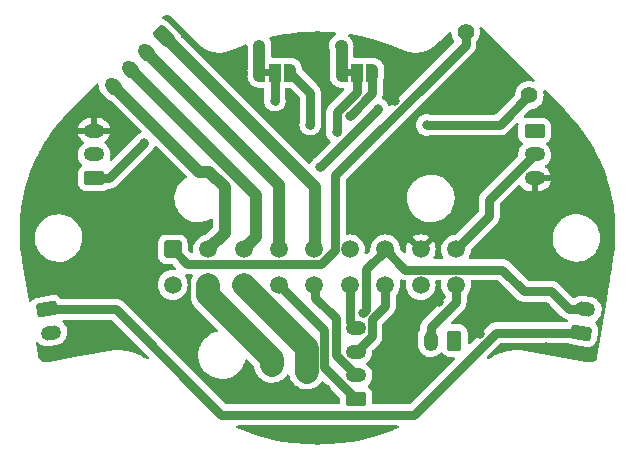
<source format=gtl>
%TF.GenerationSoftware,KiCad,Pcbnew,(6.0.1)*%
%TF.CreationDate,2022-01-25T15:54:23+01:00*%
%TF.ProjectId,v0_miniAB_batboard,76305f6d-696e-4694-9142-5f626174626f,rev?*%
%TF.SameCoordinates,Original*%
%TF.FileFunction,Copper,L1,Top*%
%TF.FilePolarity,Positive*%
%FSLAX46Y46*%
G04 Gerber Fmt 4.6, Leading zero omitted, Abs format (unit mm)*
G04 Created by KiCad (PCBNEW (6.0.1)) date 2022-01-25 15:54:23*
%MOMM*%
%LPD*%
G01*
G04 APERTURE LIST*
G04 Aperture macros list*
%AMRoundRect*
0 Rectangle with rounded corners*
0 $1 Rounding radius*
0 $2 $3 $4 $5 $6 $7 $8 $9 X,Y pos of 4 corners*
0 Add a 4 corners polygon primitive as box body*
4,1,4,$2,$3,$4,$5,$6,$7,$8,$9,$2,$3,0*
0 Add four circle primitives for the rounded corners*
1,1,$1+$1,$2,$3*
1,1,$1+$1,$4,$5*
1,1,$1+$1,$6,$7*
1,1,$1+$1,$8,$9*
0 Add four rect primitives between the rounded corners*
20,1,$1+$1,$2,$3,$4,$5,0*
20,1,$1+$1,$4,$5,$6,$7,0*
20,1,$1+$1,$6,$7,$8,$9,0*
20,1,$1+$1,$8,$9,$2,$3,0*%
%AMHorizOval*
0 Thick line with rounded ends*
0 $1 width*
0 $2 $3 position (X,Y) of the first rounded end (center of the circle)*
0 $4 $5 position (X,Y) of the second rounded end (center of the circle)*
0 Add line between two ends*
20,1,$1,$2,$3,$4,$5,0*
0 Add two circle primitives to create the rounded ends*
1,1,$1,$2,$3*
1,1,$1,$4,$5*%
%AMFreePoly0*
4,1,22,0.550000,-0.750000,0.000000,-0.750000,0.000000,-0.745033,-0.079941,-0.743568,-0.215256,-0.701293,-0.333266,-0.622738,-0.424486,-0.514219,-0.481581,-0.384460,-0.499164,-0.250000,-0.500000,-0.250000,-0.500000,0.250000,-0.499164,0.250000,-0.499963,0.256109,-0.478152,0.396186,-0.417904,0.524511,-0.324060,0.630769,-0.204165,0.706417,-0.067858,0.745374,0.000000,0.744959,0.000000,0.750000,
0.550000,0.750000,0.550000,-0.750000,0.550000,-0.750000,$1*%
%AMFreePoly1*
4,1,20,0.000000,0.744959,0.073905,0.744508,0.209726,0.703889,0.328688,0.626782,0.421226,0.519385,0.479903,0.390333,0.500000,0.250000,0.500000,-0.250000,0.499851,-0.262216,0.476331,-0.402017,0.414519,-0.529596,0.319384,-0.634700,0.198574,-0.708877,0.061801,-0.746166,0.000000,-0.745033,0.000000,-0.750000,-0.550000,-0.750000,-0.550000,0.750000,0.000000,0.750000,0.000000,0.744959,
0.000000,0.744959,$1*%
G04 Aperture macros list end*
%TA.AperFunction,ComponentPad*%
%ADD10RoundRect,0.250000X0.395409X-0.586218X0.586218X0.395409X-0.395409X0.586218X-0.586218X-0.395409X0*%
%TD*%
%TA.AperFunction,ComponentPad*%
%ADD11C,1.500000*%
%TD*%
%TA.AperFunction,ComponentPad*%
%ADD12RoundRect,0.250000X0.625000X-0.350000X0.625000X0.350000X-0.625000X0.350000X-0.625000X-0.350000X0*%
%TD*%
%TA.AperFunction,ComponentPad*%
%ADD13O,1.750000X1.200000*%
%TD*%
%TA.AperFunction,ComponentPad*%
%ADD14RoundRect,0.249999X0.350001X0.625001X-0.350001X0.625001X-0.350001X-0.625001X0.350001X-0.625001X0*%
%TD*%
%TA.AperFunction,ComponentPad*%
%ADD15O,1.200000X1.750000*%
%TD*%
%TA.AperFunction,ComponentPad*%
%ADD16RoundRect,0.249999X-0.625001X0.350001X-0.625001X-0.350001X0.625001X-0.350001X0.625001X0.350001X0*%
%TD*%
%TA.AperFunction,ComponentPad*%
%ADD17RoundRect,0.249999X0.625001X-0.350001X0.625001X0.350001X-0.625001X0.350001X-0.625001X-0.350001X0*%
%TD*%
%TA.AperFunction,ComponentPad*%
%ADD18RoundRect,0.250001X-0.499999X-0.499999X0.499999X-0.499999X0.499999X0.499999X-0.499999X0.499999X0*%
%TD*%
%TA.AperFunction,SMDPad,CuDef*%
%ADD19FreePoly0,0.000000*%
%TD*%
%TA.AperFunction,SMDPad,CuDef*%
%ADD20R,1.000000X1.500000*%
%TD*%
%TA.AperFunction,SMDPad,CuDef*%
%ADD21FreePoly1,0.000000*%
%TD*%
%TA.AperFunction,ComponentPad*%
%ADD22RoundRect,0.249999X-0.194454X0.689431X-0.689431X0.194454X0.194454X-0.689431X0.689431X-0.194454X0*%
%TD*%
%TA.AperFunction,ComponentPad*%
%ADD23HorizOval,1.200000X-0.194454X0.194454X0.194454X-0.194454X0*%
%TD*%
%TA.AperFunction,ComponentPad*%
%ADD24RoundRect,0.249999X-0.676283X0.236153X-0.554729X-0.453214X0.676283X-0.236153X0.554729X0.453214X0*%
%TD*%
%TA.AperFunction,ComponentPad*%
%ADD25HorizOval,1.200000X-0.270822X-0.047753X0.270822X0.047753X0*%
%TD*%
%TA.AperFunction,ComponentPad*%
%ADD26RoundRect,0.249999X0.554729X-0.453214X0.676283X0.236153X-0.554729X0.453214X-0.676283X-0.236153X0*%
%TD*%
%TA.AperFunction,ComponentPad*%
%ADD27HorizOval,1.200000X-0.270822X0.047753X0.270822X-0.047753X0*%
%TD*%
%TA.AperFunction,ComponentPad*%
%ADD28C,1.400000*%
%TD*%
%TA.AperFunction,ComponentPad*%
%ADD29HorizOval,1.400000X0.000000X0.000000X0.000000X0.000000X0*%
%TD*%
%TA.AperFunction,ViaPad*%
%ADD30C,0.800000*%
%TD*%
%TA.AperFunction,Conductor*%
%ADD31C,1.000000*%
%TD*%
%TA.AperFunction,Conductor*%
%ADD32C,0.750000*%
%TD*%
%TA.AperFunction,Conductor*%
%ADD33C,2.000000*%
%TD*%
G04 APERTURE END LIST*
%TO.C,J10*%
G36*
X96100000Y-86300000D02*
G01*
X95600000Y-86300000D01*
X95600000Y-85700000D01*
X96100000Y-85700000D01*
X96100000Y-86300000D01*
G37*
%TO.C,J11*%
G36*
X103050000Y-86300000D02*
G01*
X102550000Y-86300000D01*
X102550000Y-85700000D01*
X103050000Y-85700000D01*
X103050000Y-86300000D01*
G37*
%TD*%
D10*
%TO.P,J2,1,Pin_1*%
%TO.N,+24V*%
X96260000Y-110730000D03*
D11*
%TO.P,J2,2,Pin_2*%
%TO.N,/heat_gnd*%
X99204882Y-111302427D03*
%TD*%
D12*
%TO.P,J3,1,Pin_1*%
%TO.N,/therm0*%
X103370000Y-113630000D03*
D13*
%TO.P,J3,2,Pin_2*%
%TO.N,/therm1*%
X103370000Y-111630000D03*
%TO.P,J3,3,Pin_3*%
%TO.N,/therm2*%
X103370000Y-109630000D03*
%TO.P,J3,4,Pin_4*%
%TO.N,/therm3*%
X103370000Y-107630000D03*
%TD*%
D14*
%TO.P,J6,1,Pin_1*%
%TO.N,/VFAN1*%
X111710000Y-108680000D03*
D15*
%TO.P,J6,2,Pin_2*%
%TO.N,/fan1*%
X109710000Y-108680000D03*
%TD*%
D16*
%TO.P,J7,1,Pin_1*%
%TO.N,+5V*%
X118500000Y-90925000D03*
D13*
%TO.P,J7,2,Pin_2*%
%TO.N,/sw0*%
X118500000Y-92925000D03*
%TO.P,J7,3,Pin_3*%
%TO.N,GND*%
X118500000Y-94925000D03*
%TD*%
D17*
%TO.P,J8,1,Pin_1*%
%TO.N,+5V*%
X81200000Y-94925000D03*
D13*
%TO.P,J8,2,Pin_2*%
%TO.N,/sw1*%
X81200000Y-92925000D03*
%TO.P,J8,3,Pin_3*%
%TO.N,GND*%
X81200000Y-90925000D03*
%TD*%
D18*
%TO.P,J9,1,Pin_1*%
%TO.N,/ctherm0*%
X87850000Y-100960000D03*
D11*
%TO.P,J9,2,Pin_2*%
%TO.N,/A+*%
X90850000Y-100960000D03*
%TO.P,J9,3,Pin_3*%
%TO.N,/A-*%
X93850000Y-100960000D03*
%TO.P,J9,4,Pin_4*%
%TO.N,/B+*%
X96850000Y-100960000D03*
%TO.P,J9,5,Pin_5*%
%TO.N,/B-*%
X99850000Y-100960000D03*
%TO.P,J9,6,Pin_6*%
%TO.N,/sw1*%
X102850000Y-100960000D03*
%TO.P,J9,7,Pin_7*%
%TO.N,/fan0*%
X105850000Y-100960000D03*
%TO.P,J9,8,Pin_8*%
%TO.N,GND*%
X108850000Y-100960000D03*
%TO.P,J9,9,Pin_9*%
%TO.N,/sw0*%
X111850000Y-100960000D03*
%TO.P,J9,10,Pin_10*%
%TO.N,/ctherm1*%
X87850000Y-103960000D03*
%TO.P,J9,11,Pin_11*%
%TO.N,+24V*%
X90850000Y-103960000D03*
%TO.P,J9,12,Pin_12*%
%TO.N,/heat_gnd*%
X93850000Y-103960000D03*
%TO.P,J9,13,Pin_13*%
%TO.N,/therm0*%
X96850000Y-103960000D03*
%TO.P,J9,14,Pin_14*%
%TO.N,/therm1*%
X99850000Y-103960000D03*
%TO.P,J9,15,Pin_15*%
%TO.N,/therm3*%
X102850000Y-103960000D03*
%TO.P,J9,16,Pin_16*%
%TO.N,/therm2*%
X105850000Y-103960000D03*
%TO.P,J9,17,Pin_17*%
%TO.N,+5V*%
X108850000Y-103960000D03*
%TO.P,J9,18,Pin_18*%
%TO.N,/fan1*%
X111850000Y-103960000D03*
%TD*%
D19*
%TO.P,J10,1,Pin_1*%
%TO.N,+5V*%
X95200000Y-86000000D03*
D20*
%TO.P,J10,2,Pin_2*%
%TO.N,/VFAN0*%
X96500000Y-86000000D03*
D21*
%TO.P,J10,3,Pin_3*%
%TO.N,+24V*%
X97800000Y-86000000D03*
%TD*%
D19*
%TO.P,J11,1,Pin_1*%
%TO.N,+5V*%
X102150000Y-86000000D03*
D20*
%TO.P,J11,2,Pin_2*%
%TO.N,/VFAN1*%
X103450000Y-86000000D03*
D21*
%TO.P,J11,3,Pin_3*%
%TO.N,+24V*%
X104750000Y-86000000D03*
%TD*%
D22*
%TO.P,J1,1,Pin_1*%
%TO.N,/B-*%
X87130000Y-82930000D03*
D23*
%TO.P,J1,2,Pin_2*%
%TO.N,/B+*%
X85715786Y-84344214D03*
%TO.P,J1,3,Pin_3*%
%TO.N,/A-*%
X84301573Y-85758427D03*
%TO.P,J1,4,Pin_4*%
%TO.N,/A+*%
X82887359Y-87172641D03*
%TD*%
D24*
%TO.P,J4,1,Pin_1*%
%TO.N,/VFAN0*%
X77190000Y-106030000D03*
D25*
%TO.P,J4,2,Pin_2*%
%TO.N,/fan0*%
X77537296Y-107999616D03*
%TD*%
D26*
%TO.P,J5,1,Pin_1*%
%TO.N,/VFAN0*%
X122450000Y-108000000D03*
D27*
%TO.P,J5,2,Pin_2*%
%TO.N,/fan0*%
X122797296Y-106030384D03*
%TD*%
D28*
%TO.P,TH1,1*%
%TO.N,/ctherm0*%
X112655924Y-82530924D03*
D29*
%TO.P,TH1,2*%
%TO.N,/ctherm1*%
X118044078Y-87919078D03*
%TD*%
D30*
%TO.N,/fan0*%
X104000000Y-106360000D03*
%TO.N,+5V*%
X102099988Y-83700000D03*
X95199994Y-83700000D03*
X85450000Y-91950000D03*
%TO.N,GND*%
X87550000Y-108700000D03*
X95900000Y-116450000D03*
X94450000Y-112900000D03*
X104400000Y-116450000D03*
X108100000Y-112500000D03*
X113900000Y-108100000D03*
X119450000Y-105800000D03*
X108550000Y-85500000D03*
X98000000Y-89200000D03*
X87700000Y-98000000D03*
X93000000Y-86400000D03*
X100200000Y-85200000D03*
X100800000Y-112800000D03*
X106300000Y-107850000D03*
X110400000Y-105400000D03*
X81800000Y-108700000D03*
X119450000Y-109200000D03*
X114475000Y-88825000D03*
X77350000Y-94450000D03*
X114475000Y-101025000D03*
X104625000Y-99225000D03*
X110675000Y-93950000D03*
X121575000Y-91175000D03*
X124200000Y-103000000D03*
X90800000Y-84600000D03*
X81925000Y-97975000D03*
X86100000Y-103950000D03*
X106675000Y-88400000D03*
X75950000Y-103325000D03*
%TO.N,+24V*%
X99500000Y-90400000D03*
X102859377Y-89638251D03*
%TO.N,/VFAN0*%
X96499993Y-88375010D03*
%TO.N,/VFAN1*%
X101750000Y-91050000D03*
%TO.N,/ctherm1*%
X105275000Y-89100000D03*
X100350000Y-94025000D03*
X109350000Y-90425000D03*
%TD*%
D31*
%TO.N,/B-*%
X99880000Y-100990000D02*
X99880000Y-95680000D01*
X99880000Y-95680000D02*
X87130000Y-82930000D01*
%TO.N,/B+*%
X96880000Y-95508428D02*
X96880000Y-100990000D01*
X85715786Y-84344214D02*
X96880000Y-95508428D01*
%TO.N,/A-*%
X90839999Y-92296853D02*
X84301573Y-85758427D01*
X90846853Y-92296853D02*
X94875000Y-96325000D01*
X94875000Y-96325000D02*
X94875000Y-99935000D01*
X94875000Y-99935000D02*
X93850000Y-100960000D01*
X90839999Y-92296853D02*
X90846853Y-92296853D01*
%TO.N,/A+*%
X92259521Y-99550479D02*
X92259521Y-95708217D01*
X90941783Y-94390479D02*
X90105197Y-94390479D01*
X90105197Y-94390479D02*
X82887359Y-87172641D01*
X92259521Y-95708217D02*
X90941783Y-94390479D01*
X90850000Y-100960000D02*
X92259521Y-99550479D01*
D32*
%TO.N,/therm1*%
X101638954Y-109898954D02*
X101638954Y-106809614D01*
X101638954Y-106809614D02*
X99880000Y-105050660D01*
X99880000Y-103990000D02*
X99880000Y-105050660D01*
X103370000Y-111630000D02*
X101638954Y-109898954D01*
%TO.N,/therm0*%
X100688943Y-110948943D02*
X103370000Y-113630000D01*
X96850000Y-103960000D02*
X100688943Y-107798943D01*
X100688943Y-107798943D02*
X100688943Y-110948943D01*
%TO.N,/fan0*%
X107554999Y-102664999D02*
X105880000Y-100990000D01*
X104249999Y-102620001D02*
X104249999Y-106100001D01*
X117600000Y-104500000D02*
X115764999Y-102664999D01*
X105880000Y-100990000D02*
X104249999Y-102620001D01*
X122766912Y-106000000D02*
X121400000Y-106000000D01*
X115764999Y-102664999D02*
X107554999Y-102664999D01*
X104000000Y-106350000D02*
X104249999Y-106100001D01*
X104000000Y-106360000D02*
X104000000Y-106350000D01*
X119900000Y-104500000D02*
X117600000Y-104500000D01*
X122797296Y-106030384D02*
X122766912Y-106000000D01*
X121400000Y-106000000D02*
X119900000Y-104500000D01*
D31*
%TO.N,+5V*%
X95200000Y-83700006D02*
X95199994Y-83700000D01*
D32*
X81200000Y-94925000D02*
X82475000Y-94925000D01*
D31*
X102150000Y-86000000D02*
X102150000Y-83750012D01*
D32*
X85450000Y-91950000D02*
X82475000Y-94925000D01*
D31*
X95200000Y-86000000D02*
X95200000Y-83700006D01*
X102150000Y-83750012D02*
X102099988Y-83700000D01*
D32*
%TO.N,/fan1*%
X109710000Y-108680000D02*
X109710000Y-107540000D01*
X111850000Y-105400000D02*
X111850000Y-103960000D01*
X109710000Y-107540000D02*
X111850000Y-105400000D01*
%TO.N,/sw0*%
X111850000Y-100960000D02*
X114650000Y-98160000D01*
X114650000Y-98160000D02*
X114650000Y-96775000D01*
X114650000Y-96775000D02*
X118500000Y-92925000D01*
D33*
%TO.N,/heat_gnd*%
X99214423Y-109324423D02*
X93880000Y-103990000D01*
X99204882Y-109333964D02*
X99214423Y-109324423D01*
X99204882Y-111302427D02*
X99204882Y-109333964D01*
D32*
%TO.N,+24V*%
X104750000Y-87747628D02*
X102859377Y-89638251D01*
D33*
X90880000Y-104858207D02*
X90880000Y-103990000D01*
X96260000Y-110730000D02*
X96260000Y-110238207D01*
D32*
X104750000Y-86000000D02*
X104750000Y-87747628D01*
X99500000Y-87700000D02*
X99500000Y-90400000D01*
X97800000Y-86000000D02*
X99500000Y-87700000D01*
D33*
X96260000Y-110238207D02*
X90880000Y-104858207D01*
D32*
%TO.N,/VFAN0*%
X77190000Y-106030000D02*
X83030000Y-106030000D01*
X91975489Y-114975489D02*
X108274511Y-114975489D01*
X96500000Y-86000000D02*
X96500000Y-88375003D01*
X83030000Y-106030000D02*
X91975489Y-114975489D01*
X108274511Y-114975489D02*
X115250000Y-108000000D01*
X115250000Y-108000000D02*
X122450000Y-108000000D01*
X96500000Y-88375003D02*
X96499993Y-88375010D01*
%TO.N,/VFAN1*%
X103450000Y-87623401D02*
X101750000Y-89323401D01*
X103450000Y-86000000D02*
X103450000Y-87623401D01*
X101750000Y-89323401D02*
X101750000Y-91050000D01*
%TO.N,/ctherm0*%
X101625489Y-100974511D02*
X101625489Y-94699511D01*
X100415489Y-102184511D02*
X101625489Y-100974511D01*
X87850000Y-100960000D02*
X89074511Y-102184511D01*
X89074511Y-102184511D02*
X100415489Y-102184511D01*
X112655924Y-83669076D02*
X112655924Y-82530924D01*
X101625489Y-94699511D02*
X112655924Y-83669076D01*
%TO.N,/ctherm1*%
X109350000Y-90425000D02*
X115538156Y-90425000D01*
X115538156Y-90425000D02*
X118044078Y-87919078D01*
X100350000Y-94025000D02*
X105275000Y-89100000D01*
X87850000Y-103960000D02*
X87850000Y-103875000D01*
%TO.N,/therm2*%
X104725489Y-106874511D02*
X105850000Y-105750000D01*
X103370000Y-109630000D02*
X104725489Y-108274511D01*
X105850000Y-105750000D02*
X105850000Y-103960000D01*
X104725489Y-108274511D02*
X104725489Y-106874511D01*
%TO.N,/therm3*%
X102850000Y-107110000D02*
X102850000Y-103960000D01*
X103370000Y-107630000D02*
X102850000Y-107110000D01*
%TD*%
%TA.AperFunction,Conductor*%
%TO.N,GND*%
G36*
X106943651Y-115878991D02*
G01*
X106990144Y-115932647D01*
X107000248Y-116002921D01*
X106970754Y-116067501D01*
X106926127Y-116100383D01*
X106698098Y-116200363D01*
X106691750Y-116202942D01*
X106434856Y-116299220D01*
X105802693Y-116536140D01*
X105796176Y-116538382D01*
X104888949Y-116822867D01*
X104882303Y-116824752D01*
X104404153Y-116946354D01*
X103958910Y-117059587D01*
X103952168Y-117061105D01*
X103014578Y-117245364D01*
X103007746Y-117246512D01*
X102057852Y-117379280D01*
X102050950Y-117380050D01*
X101090770Y-117460393D01*
X101083804Y-117460781D01*
X100454214Y-117478324D01*
X100115217Y-117487769D01*
X100108199Y-117487769D01*
X99768796Y-117478312D01*
X99139603Y-117460781D01*
X99132637Y-117460393D01*
X98172465Y-117380052D01*
X98165564Y-117379282D01*
X97215655Y-117246511D01*
X97208822Y-117245363D01*
X96271240Y-117061105D01*
X96264498Y-117059587D01*
X95819382Y-116946387D01*
X95341095Y-116824750D01*
X95334450Y-116822865D01*
X94427237Y-116538385D01*
X94420718Y-116536143D01*
X93531655Y-116202942D01*
X93525279Y-116200351D01*
X93297279Y-116100384D01*
X93242923Y-116054712D01*
X93221889Y-115986903D01*
X93240854Y-115918486D01*
X93293797Y-115871184D01*
X93347874Y-115858989D01*
X106875530Y-115858989D01*
X106943651Y-115878991D01*
G37*
%TD.AperFunction*%
%TA.AperFunction,Conductor*%
G36*
X107233526Y-103492776D02*
G01*
X107236636Y-103494361D01*
X107243007Y-103496068D01*
X107243012Y-103496070D01*
X107300812Y-103511557D01*
X107307111Y-103513423D01*
X107370297Y-103533953D01*
X107376866Y-103534643D01*
X107376873Y-103534645D01*
X107383644Y-103535357D01*
X107403073Y-103538957D01*
X107416028Y-103542428D01*
X107422624Y-103542774D01*
X107422626Y-103542774D01*
X107455428Y-103544493D01*
X107482352Y-103545904D01*
X107488914Y-103546421D01*
X107506572Y-103548276D01*
X107572230Y-103575288D01*
X107612860Y-103633509D01*
X107615110Y-103706198D01*
X107607310Y-103735308D01*
X107607309Y-103735316D01*
X107605885Y-103740629D01*
X107586693Y-103960000D01*
X107605885Y-104179371D01*
X107662880Y-104392076D01*
X107665205Y-104397061D01*
X107753618Y-104586666D01*
X107753621Y-104586671D01*
X107755944Y-104591653D01*
X107759100Y-104596160D01*
X107759101Y-104596162D01*
X107807983Y-104665972D01*
X107882251Y-104772038D01*
X108037962Y-104927749D01*
X108042471Y-104930906D01*
X108042473Y-104930908D01*
X108115229Y-104981852D01*
X108218346Y-105054056D01*
X108417924Y-105147120D01*
X108630629Y-105204115D01*
X108850000Y-105223307D01*
X109069371Y-105204115D01*
X109282076Y-105147120D01*
X109481654Y-105054056D01*
X109584771Y-104981852D01*
X109657527Y-104930908D01*
X109657529Y-104930906D01*
X109662038Y-104927749D01*
X109817749Y-104772038D01*
X109892018Y-104665972D01*
X109940899Y-104596162D01*
X109940900Y-104596160D01*
X109944056Y-104591653D01*
X109946379Y-104586671D01*
X109946382Y-104586666D01*
X110034795Y-104397061D01*
X110037120Y-104392076D01*
X110094115Y-104179371D01*
X110113307Y-103960000D01*
X110094115Y-103740629D01*
X110092693Y-103735323D01*
X110092692Y-103735316D01*
X110085134Y-103707110D01*
X110086824Y-103636133D01*
X110126618Y-103577338D01*
X110191883Y-103549390D01*
X110206841Y-103548499D01*
X110493159Y-103548499D01*
X110561280Y-103568501D01*
X110607773Y-103622157D01*
X110617877Y-103692431D01*
X110614866Y-103707110D01*
X110607308Y-103735316D01*
X110607307Y-103735323D01*
X110605885Y-103740629D01*
X110586693Y-103960000D01*
X110605885Y-104179371D01*
X110662880Y-104392076D01*
X110665205Y-104397061D01*
X110753618Y-104586666D01*
X110753621Y-104586671D01*
X110755944Y-104591653D01*
X110759100Y-104596160D01*
X110759101Y-104596162D01*
X110807983Y-104665972D01*
X110882251Y-104772038D01*
X110929595Y-104819382D01*
X110963621Y-104881694D01*
X110966500Y-104908477D01*
X110966500Y-104981852D01*
X110946498Y-105049973D01*
X110929595Y-105070947D01*
X109141454Y-106859088D01*
X109126426Y-106871925D01*
X109115566Y-106879815D01*
X109111145Y-106884725D01*
X109111144Y-106884726D01*
X109071114Y-106929184D01*
X109066573Y-106933969D01*
X109052528Y-106948014D01*
X109050444Y-106950588D01*
X109050441Y-106950591D01*
X109040031Y-106963446D01*
X109035747Y-106968462D01*
X108995717Y-107012920D01*
X108995713Y-107012925D01*
X108991296Y-107017831D01*
X108984791Y-107029097D01*
X108984589Y-107029448D01*
X108973391Y-107045741D01*
X108964953Y-107056161D01*
X108934787Y-107115363D01*
X108931654Y-107121133D01*
X108901740Y-107172945D01*
X108901738Y-107172950D01*
X108898436Y-107178669D01*
X108896395Y-107184949D01*
X108896392Y-107184957D01*
X108894292Y-107191421D01*
X108886728Y-107209683D01*
X108883637Y-107215749D01*
X108883634Y-107215758D01*
X108880638Y-107221637D01*
X108878929Y-107228015D01*
X108863444Y-107285804D01*
X108861578Y-107292106D01*
X108841046Y-107355298D01*
X108840356Y-107361866D01*
X108839645Y-107368628D01*
X108836042Y-107388071D01*
X108832570Y-107401029D01*
X108832225Y-107407619D01*
X108832224Y-107407623D01*
X108829093Y-107467367D01*
X108828577Y-107473931D01*
X108826500Y-107493694D01*
X108826500Y-107513555D01*
X108826327Y-107520150D01*
X108823602Y-107572147D01*
X108822850Y-107586493D01*
X108823882Y-107593007D01*
X108824949Y-107599744D01*
X108826500Y-107619456D01*
X108826500Y-107692603D01*
X108806351Y-107760951D01*
X108724637Y-107887503D01*
X108724635Y-107887507D01*
X108721380Y-107892548D01*
X108719137Y-107898114D01*
X108650495Y-108068438D01*
X108642314Y-108088737D01*
X108601772Y-108296337D01*
X108601500Y-108301899D01*
X108601500Y-109007846D01*
X108616548Y-109165566D01*
X108676092Y-109368534D01*
X108678836Y-109373861D01*
X108678836Y-109373862D01*
X108769899Y-109550671D01*
X108772942Y-109556580D01*
X108903604Y-109722920D01*
X108908135Y-109726852D01*
X108908138Y-109726855D01*
X109028584Y-109831372D01*
X109063363Y-109861552D01*
X109068549Y-109864552D01*
X109068553Y-109864555D01*
X109203644Y-109942707D01*
X109246454Y-109967473D01*
X109446271Y-110036861D01*
X109452206Y-110037722D01*
X109452208Y-110037722D01*
X109649664Y-110066352D01*
X109649667Y-110066352D01*
X109655604Y-110067213D01*
X109866899Y-110057433D01*
X110026841Y-110018887D01*
X110066701Y-110009281D01*
X110066703Y-110009280D01*
X110072534Y-110007875D01*
X110077992Y-110005393D01*
X110077996Y-110005392D01*
X110193041Y-109953084D01*
X110265087Y-109920326D01*
X110423767Y-109807766D01*
X110432725Y-109801412D01*
X110432726Y-109801411D01*
X110437611Y-109797946D01*
X110441753Y-109793619D01*
X110441759Y-109793614D01*
X110528805Y-109702684D01*
X110590360Y-109667307D01*
X110661269Y-109670826D01*
X110719020Y-109712122D01*
X110726967Y-109723511D01*
X110757667Y-109773122D01*
X110757670Y-109773126D01*
X110761521Y-109779349D01*
X110886697Y-109904306D01*
X111037261Y-109997115D01*
X111095588Y-110016461D01*
X111198610Y-110050632D01*
X111198612Y-110050632D01*
X111205138Y-110052797D01*
X111211974Y-110053497D01*
X111211977Y-110053498D01*
X111250385Y-110057433D01*
X111309599Y-110063500D01*
X111316165Y-110063500D01*
X111632855Y-110063499D01*
X111700973Y-110083501D01*
X111747466Y-110137156D01*
X111757571Y-110207430D01*
X111728078Y-110272011D01*
X111721948Y-110278594D01*
X107945458Y-114055084D01*
X107883146Y-114089110D01*
X107856363Y-114091989D01*
X104879500Y-114091989D01*
X104811379Y-114071987D01*
X104764886Y-114018331D01*
X104753500Y-113965989D01*
X104753500Y-113229600D01*
X104742526Y-113123834D01*
X104686550Y-112956054D01*
X104593478Y-112805652D01*
X104575389Y-112787594D01*
X104473483Y-112685866D01*
X104468303Y-112680695D01*
X104416764Y-112648925D01*
X104369271Y-112596154D01*
X104357847Y-112526082D01*
X104386121Y-112460958D01*
X104405045Y-112442582D01*
X104412920Y-112436396D01*
X104416852Y-112431865D01*
X104416855Y-112431862D01*
X104547621Y-112281167D01*
X104551552Y-112276637D01*
X104554552Y-112271451D01*
X104554555Y-112271447D01*
X104654467Y-112098742D01*
X104657473Y-112093546D01*
X104726861Y-111893729D01*
X104729472Y-111875724D01*
X104756352Y-111690336D01*
X104756352Y-111690333D01*
X104757213Y-111684396D01*
X104747433Y-111473101D01*
X104707979Y-111309390D01*
X104699281Y-111273299D01*
X104699280Y-111273297D01*
X104697875Y-111267466D01*
X104692942Y-111256615D01*
X104629886Y-111117932D01*
X104610326Y-111074913D01*
X104515480Y-110941205D01*
X104491412Y-110907275D01*
X104491411Y-110907274D01*
X104487946Y-110902389D01*
X104335150Y-110756119D01*
X104315432Y-110743387D01*
X104302837Y-110735254D01*
X104256460Y-110681499D01*
X104246507Y-110611203D01*
X104276139Y-110546686D01*
X104293353Y-110530317D01*
X104296455Y-110527881D01*
X104412920Y-110436396D01*
X104416852Y-110431865D01*
X104416855Y-110431862D01*
X104539618Y-110290390D01*
X104551552Y-110276637D01*
X104554552Y-110271451D01*
X104554555Y-110271447D01*
X104654467Y-110098742D01*
X104657473Y-110093546D01*
X104726861Y-109893729D01*
X104731091Y-109864555D01*
X104756352Y-109690336D01*
X104756352Y-109690333D01*
X104757213Y-109684396D01*
X104751285Y-109556323D01*
X104768116Y-109487351D01*
X104788055Y-109461403D01*
X105294035Y-108955423D01*
X105309063Y-108942586D01*
X105319923Y-108934696D01*
X105364375Y-108885327D01*
X105368916Y-108880542D01*
X105382961Y-108866497D01*
X105385048Y-108863920D01*
X105395458Y-108851065D01*
X105399742Y-108846049D01*
X105439772Y-108801591D01*
X105439776Y-108801586D01*
X105444193Y-108796680D01*
X105450900Y-108785063D01*
X105462098Y-108768770D01*
X105466380Y-108763482D01*
X105470536Y-108758350D01*
X105500702Y-108699148D01*
X105503835Y-108693378D01*
X105533749Y-108641566D01*
X105533751Y-108641561D01*
X105537053Y-108635842D01*
X105539094Y-108629562D01*
X105539097Y-108629554D01*
X105541197Y-108623090D01*
X105548761Y-108604828D01*
X105551852Y-108598762D01*
X105551855Y-108598753D01*
X105554851Y-108592874D01*
X105572045Y-108528707D01*
X105573911Y-108522405D01*
X105594443Y-108459213D01*
X105595844Y-108445883D01*
X105599447Y-108426440D01*
X105602919Y-108413482D01*
X105606396Y-108347139D01*
X105606913Y-108340570D01*
X105608645Y-108324088D01*
X105608989Y-108320817D01*
X105608989Y-108300956D01*
X105609162Y-108294361D01*
X105612294Y-108234609D01*
X105612294Y-108234605D01*
X105612639Y-108228018D01*
X105610540Y-108214764D01*
X105608989Y-108195055D01*
X105608989Y-107292660D01*
X105628991Y-107224539D01*
X105645893Y-107203565D01*
X106418545Y-106430912D01*
X106433581Y-106418070D01*
X106444434Y-106410185D01*
X106488895Y-106360806D01*
X106493436Y-106356021D01*
X106507472Y-106341985D01*
X106519969Y-106326553D01*
X106524253Y-106321538D01*
X106564283Y-106277080D01*
X106564287Y-106277075D01*
X106568704Y-106272169D01*
X106575412Y-106260551D01*
X106586607Y-106244263D01*
X106590890Y-106238974D01*
X106590891Y-106238973D01*
X106595048Y-106233839D01*
X106625214Y-106174634D01*
X106628337Y-106168881D01*
X106661564Y-106111331D01*
X106663606Y-106105047D01*
X106663608Y-106105042D01*
X106665708Y-106098579D01*
X106673272Y-106080317D01*
X106676363Y-106074251D01*
X106676366Y-106074242D01*
X106679362Y-106068363D01*
X106694782Y-106010816D01*
X106696556Y-106004196D01*
X106698422Y-105997894D01*
X106718954Y-105934702D01*
X106720355Y-105921372D01*
X106723958Y-105901929D01*
X106727430Y-105888971D01*
X106728008Y-105877957D01*
X106730907Y-105822633D01*
X106731424Y-105816059D01*
X106733156Y-105799577D01*
X106733500Y-105796306D01*
X106733500Y-105776445D01*
X106733673Y-105769850D01*
X106736805Y-105710098D01*
X106736805Y-105710094D01*
X106737150Y-105703507D01*
X106735051Y-105690253D01*
X106733500Y-105670544D01*
X106733500Y-104908477D01*
X106753502Y-104840356D01*
X106770405Y-104819382D01*
X106817749Y-104772038D01*
X106892018Y-104665972D01*
X106940899Y-104596162D01*
X106940900Y-104596160D01*
X106944056Y-104591653D01*
X106946379Y-104586671D01*
X106946382Y-104586666D01*
X107034795Y-104397061D01*
X107037120Y-104392076D01*
X107094115Y-104179371D01*
X107113307Y-103960000D01*
X107094115Y-103740629D01*
X107092693Y-103735323D01*
X107092692Y-103735316D01*
X107068005Y-103643185D01*
X107069695Y-103572209D01*
X107109489Y-103513413D01*
X107174753Y-103485465D01*
X107233526Y-103492776D01*
G37*
%TD.AperFunction*%
%TA.AperFunction,Conductor*%
G36*
X81503014Y-86900376D02*
G01*
X81559850Y-86942923D01*
X81584951Y-87015682D01*
X81586660Y-87093969D01*
X81586968Y-87108104D01*
X81588230Y-87113964D01*
X81588230Y-87113967D01*
X81606329Y-87198034D01*
X81631487Y-87314889D01*
X81633832Y-87320401D01*
X81633833Y-87320403D01*
X81651045Y-87360853D01*
X81714305Y-87509523D01*
X81832433Y-87684986D01*
X81836174Y-87689111D01*
X82085666Y-87938603D01*
X82335353Y-88188291D01*
X82457518Y-88289175D01*
X82643142Y-88390591D01*
X82648851Y-88392419D01*
X82648857Y-88392421D01*
X82666906Y-88398198D01*
X82717588Y-88429105D01*
X85177832Y-90889349D01*
X85211858Y-90951661D01*
X85206793Y-91022476D01*
X85164246Y-91079312D01*
X85139985Y-91093551D01*
X84999281Y-91156195D01*
X84999274Y-91156199D01*
X84993248Y-91158882D01*
X84987907Y-91162762D01*
X84987906Y-91162763D01*
X84954221Y-91187237D01*
X84838747Y-91271134D01*
X84834326Y-91276044D01*
X84834325Y-91276045D01*
X84728539Y-91393533D01*
X84710960Y-91413056D01*
X84701257Y-91429862D01*
X84683018Y-91461453D01*
X84662994Y-91487548D01*
X82729659Y-93420883D01*
X82667347Y-93454909D01*
X82596532Y-93449844D01*
X82539696Y-93407297D01*
X82514885Y-93340777D01*
X82521536Y-93290455D01*
X82554894Y-93194394D01*
X82554895Y-93194392D01*
X82556861Y-93188729D01*
X82583584Y-93004423D01*
X82586352Y-92985336D01*
X82586352Y-92985333D01*
X82587213Y-92979396D01*
X82577433Y-92768101D01*
X82527875Y-92562466D01*
X82484525Y-92467122D01*
X82442806Y-92375368D01*
X82440326Y-92369913D01*
X82317946Y-92197389D01*
X82165150Y-92051119D01*
X82160119Y-92047870D01*
X82160112Y-92047865D01*
X82132393Y-92029967D01*
X82086016Y-91976211D01*
X82076063Y-91905915D01*
X82105696Y-91841398D01*
X82122909Y-91825030D01*
X82237857Y-91734738D01*
X82246506Y-91726501D01*
X82377212Y-91575877D01*
X82384147Y-91566153D01*
X82484010Y-91393533D01*
X82488984Y-91382669D01*
X82554407Y-91194273D01*
X82554648Y-91193284D01*
X82553180Y-91182992D01*
X82539615Y-91179000D01*
X79864598Y-91179000D01*
X79851067Y-91182973D01*
X79849712Y-91192399D01*
X79871194Y-91281537D01*
X79875083Y-91292832D01*
X79957629Y-91474382D01*
X79963576Y-91484724D01*
X80078968Y-91647397D01*
X80086761Y-91656425D01*
X80230831Y-91794342D01*
X80240200Y-91801741D01*
X80267577Y-91819418D01*
X80313955Y-91873172D01*
X80323909Y-91943468D01*
X80294278Y-92007985D01*
X80277063Y-92024356D01*
X80157080Y-92118604D01*
X80153148Y-92123135D01*
X80153145Y-92123138D01*
X80034554Y-92259802D01*
X80018448Y-92278363D01*
X80015448Y-92283549D01*
X80015445Y-92283553D01*
X79997096Y-92315271D01*
X79912527Y-92461454D01*
X79843139Y-92661271D01*
X79812787Y-92870604D01*
X79822567Y-93081899D01*
X79823971Y-93087724D01*
X79823971Y-93087725D01*
X79860212Y-93238101D01*
X79872125Y-93287534D01*
X79874607Y-93292992D01*
X79874608Y-93292996D01*
X79918953Y-93390527D01*
X79959674Y-93480087D01*
X80082054Y-93652611D01*
X80086381Y-93656753D01*
X80086386Y-93656759D01*
X80177316Y-93743805D01*
X80212693Y-93805360D01*
X80209174Y-93876269D01*
X80167878Y-93934020D01*
X80156489Y-93941967D01*
X80106878Y-93972667D01*
X80106874Y-93972670D01*
X80100651Y-93976521D01*
X79975694Y-94101697D01*
X79882885Y-94252261D01*
X79880581Y-94259208D01*
X79841970Y-94375618D01*
X79827203Y-94420138D01*
X79816500Y-94524599D01*
X79816501Y-95325400D01*
X79827474Y-95431167D01*
X79829658Y-95437713D01*
X79875754Y-95575877D01*
X79883450Y-95598946D01*
X79976521Y-95749349D01*
X80101697Y-95874306D01*
X80252261Y-95967115D01*
X80321140Y-95989961D01*
X80413610Y-96020632D01*
X80413612Y-96020632D01*
X80420138Y-96022797D01*
X80426974Y-96023497D01*
X80426977Y-96023498D01*
X80470030Y-96027909D01*
X80524599Y-96033500D01*
X81194791Y-96033500D01*
X81875400Y-96033499D01*
X81981167Y-96022526D01*
X82015953Y-96010920D01*
X82142002Y-95968867D01*
X82142004Y-95968866D01*
X82148946Y-95966550D01*
X82240459Y-95909921D01*
X82293123Y-95877332D01*
X82293125Y-95877331D01*
X82299349Y-95873479D01*
X82324923Y-95847860D01*
X82387206Y-95813780D01*
X82420686Y-95811049D01*
X82421985Y-95811117D01*
X82428507Y-95812150D01*
X82494850Y-95808673D01*
X82501445Y-95808500D01*
X82521306Y-95808500D01*
X82541069Y-95806423D01*
X82547628Y-95805907D01*
X82563427Y-95805079D01*
X82607377Y-95802776D01*
X82607381Y-95802775D01*
X82613971Y-95802430D01*
X82626929Y-95798958D01*
X82646372Y-95795355D01*
X82646795Y-95795311D01*
X82659702Y-95793954D01*
X82722894Y-95773422D01*
X82729196Y-95771556D01*
X82786985Y-95756071D01*
X82793363Y-95754362D01*
X82799242Y-95751366D01*
X82799251Y-95751363D01*
X82805317Y-95748272D01*
X82823579Y-95740708D01*
X82830043Y-95738608D01*
X82830051Y-95738605D01*
X82836331Y-95736564D01*
X82842050Y-95733262D01*
X82842055Y-95733260D01*
X82893867Y-95703346D01*
X82899637Y-95700213D01*
X82958839Y-95670047D01*
X82969259Y-95661609D01*
X82985552Y-95650411D01*
X82985903Y-95650209D01*
X82997169Y-95643704D01*
X83002075Y-95639287D01*
X83002080Y-95639283D01*
X83046538Y-95599253D01*
X83051554Y-95594969D01*
X83064409Y-95584559D01*
X83064412Y-95584556D01*
X83066986Y-95582472D01*
X83081031Y-95568427D01*
X83085816Y-95563886D01*
X83130274Y-95523856D01*
X83130275Y-95523855D01*
X83135185Y-95519434D01*
X83143075Y-95508574D01*
X83155912Y-95493546D01*
X85905545Y-92743913D01*
X85920579Y-92731072D01*
X86008480Y-92667208D01*
X86061253Y-92628866D01*
X86189040Y-92486944D01*
X86284527Y-92321556D01*
X86300818Y-92271419D01*
X86340890Y-92212814D01*
X86406287Y-92185177D01*
X86476244Y-92197284D01*
X86509745Y-92221261D01*
X87763115Y-93474632D01*
X89004124Y-94715641D01*
X89038150Y-94777953D01*
X89033085Y-94848769D01*
X88990538Y-94905604D01*
X88974188Y-94915984D01*
X88943058Y-94932536D01*
X88939498Y-94935123D01*
X88939494Y-94935125D01*
X88719371Y-95095053D01*
X88715808Y-95097642D01*
X88712644Y-95100698D01*
X88712641Y-95100700D01*
X88631559Y-95179000D01*
X88513748Y-95292769D01*
X88405620Y-95431167D01*
X88345140Y-95508579D01*
X88340812Y-95514118D01*
X88338616Y-95517922D01*
X88338611Y-95517929D01*
X88233379Y-95700198D01*
X88200364Y-95757381D01*
X88095138Y-96017824D01*
X88094073Y-96022097D01*
X88094072Y-96022099D01*
X88028267Y-96286029D01*
X88027183Y-96290376D01*
X88026724Y-96294744D01*
X88026723Y-96294749D01*
X88002630Y-96523988D01*
X87997822Y-96569733D01*
X87997975Y-96574121D01*
X87997975Y-96574127D01*
X88006614Y-96821493D01*
X88007625Y-96850458D01*
X88008387Y-96854781D01*
X88008388Y-96854788D01*
X88032164Y-96989624D01*
X88056402Y-97127087D01*
X88143203Y-97394235D01*
X88145131Y-97398188D01*
X88145133Y-97398193D01*
X88180228Y-97470148D01*
X88266340Y-97646702D01*
X88268795Y-97650341D01*
X88268798Y-97650347D01*
X88330519Y-97741852D01*
X88423415Y-97879576D01*
X88611371Y-98088322D01*
X88826550Y-98268879D01*
X89064764Y-98417731D01*
X89161274Y-98460700D01*
X89297453Y-98521331D01*
X89321375Y-98531982D01*
X89591390Y-98609407D01*
X89595740Y-98610018D01*
X89595743Y-98610019D01*
X89698690Y-98624487D01*
X89869552Y-98648500D01*
X90080146Y-98648500D01*
X90082332Y-98648347D01*
X90082336Y-98648347D01*
X90285827Y-98634118D01*
X90285832Y-98634117D01*
X90290212Y-98633811D01*
X90564970Y-98575409D01*
X90569099Y-98573906D01*
X90569103Y-98573905D01*
X90824781Y-98480846D01*
X90824785Y-98480844D01*
X90828926Y-98479337D01*
X90936977Y-98421885D01*
X91065867Y-98353353D01*
X91135405Y-98339033D01*
X91201646Y-98364581D01*
X91243558Y-98421885D01*
X91251021Y-98464604D01*
X91251021Y-99080555D01*
X91231019Y-99148676D01*
X91214116Y-99169650D01*
X90703357Y-99680409D01*
X90636138Y-99715400D01*
X90636105Y-99715406D01*
X90630629Y-99715885D01*
X90417924Y-99772880D01*
X90372763Y-99793939D01*
X90223334Y-99863618D01*
X90223329Y-99863621D01*
X90218347Y-99865944D01*
X90213840Y-99869100D01*
X90213838Y-99869101D01*
X90042473Y-99989092D01*
X90042470Y-99989094D01*
X90037962Y-99992251D01*
X89882251Y-100147962D01*
X89879094Y-100152470D01*
X89879092Y-100152473D01*
X89759101Y-100323838D01*
X89755944Y-100328347D01*
X89753621Y-100333329D01*
X89753618Y-100333334D01*
X89719571Y-100406350D01*
X89662880Y-100527924D01*
X89605885Y-100740629D01*
X89586693Y-100960000D01*
X89587172Y-100965475D01*
X89603235Y-101149085D01*
X89589245Y-101218690D01*
X89539846Y-101269682D01*
X89470720Y-101285872D01*
X89403814Y-101262119D01*
X89388619Y-101249161D01*
X89145405Y-101005947D01*
X89111379Y-100943635D01*
X89108500Y-100916852D01*
X89108500Y-100409600D01*
X89102277Y-100349624D01*
X89098238Y-100310693D01*
X89098237Y-100310689D01*
X89097526Y-100303835D01*
X89090091Y-100281548D01*
X89047027Y-100152473D01*
X89041550Y-100136055D01*
X88948478Y-99985652D01*
X88823303Y-99860695D01*
X88806506Y-99850341D01*
X88678968Y-99771725D01*
X88678966Y-99771724D01*
X88672738Y-99767885D01*
X88521748Y-99717804D01*
X88511389Y-99714368D01*
X88511387Y-99714368D01*
X88504861Y-99712203D01*
X88498025Y-99711503D01*
X88498022Y-99711502D01*
X88454969Y-99707091D01*
X88400400Y-99701500D01*
X87299600Y-99701500D01*
X87296354Y-99701837D01*
X87296350Y-99701837D01*
X87200693Y-99711762D01*
X87200689Y-99711763D01*
X87193835Y-99712474D01*
X87187299Y-99714655D01*
X87187297Y-99714655D01*
X87085915Y-99748479D01*
X87026055Y-99768450D01*
X86875652Y-99861522D01*
X86750695Y-99986697D01*
X86746855Y-99992927D01*
X86746854Y-99992928D01*
X86669586Y-100118280D01*
X86657885Y-100137262D01*
X86655581Y-100144209D01*
X86609596Y-100282851D01*
X86602203Y-100305139D01*
X86591500Y-100409600D01*
X86591500Y-101510400D01*
X86591837Y-101513646D01*
X86591837Y-101513650D01*
X86599931Y-101591653D01*
X86602474Y-101616165D01*
X86604655Y-101622701D01*
X86604655Y-101622703D01*
X86630287Y-101699530D01*
X86658450Y-101783945D01*
X86751522Y-101934348D01*
X86756704Y-101939521D01*
X86763490Y-101946295D01*
X86876697Y-102059305D01*
X86882927Y-102063145D01*
X86882928Y-102063146D01*
X87019159Y-102147120D01*
X87027262Y-102152115D01*
X87107005Y-102178564D01*
X87188611Y-102205632D01*
X87188613Y-102205632D01*
X87195139Y-102207797D01*
X87201975Y-102208497D01*
X87201978Y-102208498D01*
X87245031Y-102212909D01*
X87299600Y-102218500D01*
X87806852Y-102218500D01*
X87874973Y-102238502D01*
X87895947Y-102255405D01*
X88139161Y-102498619D01*
X88173187Y-102560931D01*
X88168122Y-102631746D01*
X88125575Y-102688582D01*
X88059055Y-102713393D01*
X88039085Y-102713235D01*
X87855475Y-102697172D01*
X87850000Y-102696693D01*
X87630629Y-102715885D01*
X87417924Y-102772880D01*
X87333501Y-102812247D01*
X87223334Y-102863618D01*
X87223329Y-102863621D01*
X87218347Y-102865944D01*
X87213840Y-102869100D01*
X87213838Y-102869101D01*
X87042473Y-102989092D01*
X87042470Y-102989094D01*
X87037962Y-102992251D01*
X86882251Y-103147962D01*
X86879096Y-103152468D01*
X86879092Y-103152473D01*
X86759101Y-103323838D01*
X86759100Y-103323840D01*
X86755944Y-103328347D01*
X86753621Y-103333329D01*
X86753618Y-103333334D01*
X86724692Y-103395367D01*
X86662880Y-103527924D01*
X86605885Y-103740629D01*
X86586693Y-103960000D01*
X86605885Y-104179371D01*
X86662880Y-104392076D01*
X86665205Y-104397061D01*
X86753618Y-104586666D01*
X86753621Y-104586671D01*
X86755944Y-104591653D01*
X86759100Y-104596160D01*
X86759101Y-104596162D01*
X86807983Y-104665972D01*
X86882251Y-104772038D01*
X87037962Y-104927749D01*
X87042471Y-104930906D01*
X87042473Y-104930908D01*
X87115229Y-104981852D01*
X87218346Y-105054056D01*
X87417924Y-105147120D01*
X87630629Y-105204115D01*
X87850000Y-105223307D01*
X88069371Y-105204115D01*
X88282076Y-105147120D01*
X88481654Y-105054056D01*
X88584771Y-104981852D01*
X88657527Y-104930908D01*
X88657529Y-104930906D01*
X88662038Y-104927749D01*
X88817749Y-104772038D01*
X88892018Y-104665972D01*
X88940899Y-104596162D01*
X88940900Y-104596160D01*
X88944056Y-104591653D01*
X88946379Y-104586671D01*
X88946382Y-104586666D01*
X89034795Y-104397061D01*
X89037120Y-104392076D01*
X89094115Y-104179371D01*
X89113307Y-103960000D01*
X89094115Y-103740629D01*
X89037120Y-103527924D01*
X88975308Y-103395367D01*
X88946382Y-103333334D01*
X88946379Y-103333329D01*
X88944056Y-103328347D01*
X88899183Y-103264262D01*
X88876496Y-103196990D01*
X88893781Y-103128130D01*
X88945550Y-103079546D01*
X89015563Y-103066683D01*
X89024926Y-103067667D01*
X89024937Y-103067668D01*
X89028205Y-103068011D01*
X89048066Y-103068011D01*
X89054661Y-103068184D01*
X89114413Y-103071316D01*
X89114417Y-103071316D01*
X89121004Y-103071661D01*
X89134258Y-103069562D01*
X89153967Y-103068011D01*
X89452129Y-103068011D01*
X89520250Y-103088013D01*
X89566743Y-103141669D01*
X89576847Y-103211943D01*
X89563173Y-103253552D01*
X89523068Y-103328347D01*
X89493169Y-103384109D01*
X89414138Y-103613631D01*
X89402462Y-103681228D01*
X89373579Y-103848449D01*
X89372821Y-103852836D01*
X89372641Y-103856797D01*
X89372641Y-103856798D01*
X89371814Y-103875014D01*
X89371500Y-103881925D01*
X89371500Y-104834191D01*
X89371451Y-104837709D01*
X89368848Y-104930908D01*
X89368666Y-104937412D01*
X89378510Y-105011184D01*
X89379058Y-105015293D01*
X89379758Y-105021846D01*
X89382021Y-105049973D01*
X89385169Y-105089093D01*
X89386060Y-105100172D01*
X89393897Y-105132077D01*
X89396426Y-105145465D01*
X89400771Y-105178027D01*
X89402232Y-105182868D01*
X89402233Y-105182870D01*
X89423478Y-105253236D01*
X89425219Y-105259597D01*
X89443963Y-105335913D01*
X89445941Y-105340573D01*
X89456801Y-105366158D01*
X89461438Y-105378968D01*
X89470933Y-105410415D01*
X89473151Y-105414963D01*
X89473154Y-105414970D01*
X89505371Y-105481025D01*
X89508107Y-105487027D01*
X89538812Y-105559363D01*
X89541504Y-105563637D01*
X89556319Y-105587163D01*
X89562945Y-105599067D01*
X89577346Y-105628595D01*
X89620844Y-105690256D01*
X89622641Y-105692804D01*
X89626301Y-105698293D01*
X89638940Y-105718363D01*
X89668167Y-105764774D01*
X89671508Y-105768563D01*
X89671512Y-105768569D01*
X89689898Y-105789424D01*
X89698344Y-105800119D01*
X89717274Y-105826954D01*
X89736909Y-105848457D01*
X89776625Y-105888173D01*
X89782044Y-105893943D01*
X89825350Y-105943065D01*
X89825353Y-105943068D01*
X89828698Y-105946862D01*
X89832606Y-105950072D01*
X89832607Y-105950073D01*
X89860989Y-105973386D01*
X89870108Y-105981656D01*
X91625527Y-107737075D01*
X91659553Y-107799387D01*
X91654488Y-107870202D01*
X91611941Y-107927038D01*
X91562630Y-107949417D01*
X91464401Y-107970296D01*
X91460272Y-107971799D01*
X91460268Y-107971800D01*
X91204590Y-108064859D01*
X91204586Y-108064861D01*
X91200445Y-108066368D01*
X90952429Y-108198241D01*
X90948870Y-108200827D01*
X90948868Y-108200828D01*
X90747481Y-108347144D01*
X90725179Y-108363347D01*
X90722015Y-108366403D01*
X90722012Y-108366405D01*
X90639710Y-108445883D01*
X90523119Y-108558474D01*
X90413192Y-108699175D01*
X90358819Y-108768770D01*
X90350183Y-108779823D01*
X90347987Y-108783627D01*
X90347982Y-108783634D01*
X90252850Y-108948408D01*
X90209735Y-109023086D01*
X90104509Y-109283529D01*
X90103444Y-109287802D01*
X90103443Y-109287804D01*
X90037759Y-109551249D01*
X90036554Y-109556081D01*
X90036095Y-109560449D01*
X90036094Y-109560454D01*
X90007652Y-109831069D01*
X90007193Y-109835438D01*
X90007346Y-109839826D01*
X90007346Y-109839832D01*
X90016837Y-110111606D01*
X90016996Y-110116163D01*
X90017758Y-110120486D01*
X90017759Y-110120493D01*
X90044377Y-110271447D01*
X90065773Y-110392792D01*
X90152574Y-110659940D01*
X90154502Y-110663893D01*
X90154504Y-110663898D01*
X90203588Y-110764533D01*
X90275711Y-110912407D01*
X90278166Y-110916046D01*
X90278169Y-110916052D01*
X90325798Y-110986665D01*
X90432786Y-111145281D01*
X90435731Y-111148552D01*
X90435732Y-111148553D01*
X90514787Y-111236352D01*
X90620742Y-111354027D01*
X90624104Y-111356848D01*
X90624105Y-111356849D01*
X90650959Y-111379382D01*
X90835921Y-111534584D01*
X91074135Y-111683436D01*
X91089633Y-111690336D01*
X91301777Y-111784789D01*
X91330746Y-111797687D01*
X91600761Y-111875112D01*
X91605111Y-111875723D01*
X91605114Y-111875724D01*
X91690984Y-111887792D01*
X91878923Y-111914205D01*
X92089517Y-111914205D01*
X92091703Y-111914052D01*
X92091707Y-111914052D01*
X92295198Y-111899823D01*
X92295203Y-111899822D01*
X92299583Y-111899516D01*
X92574341Y-111841114D01*
X92578470Y-111839611D01*
X92578474Y-111839610D01*
X92834152Y-111746551D01*
X92834156Y-111746549D01*
X92838297Y-111745042D01*
X93086313Y-111613169D01*
X93180977Y-111544392D01*
X93310000Y-111450652D01*
X93310003Y-111450649D01*
X93313563Y-111448063D01*
X93320425Y-111441437D01*
X93416433Y-111348723D01*
X93515623Y-111252936D01*
X93688559Y-111031587D01*
X93690755Y-111027783D01*
X93690760Y-111027776D01*
X93808396Y-110824024D01*
X93829007Y-110788324D01*
X93934233Y-110527881D01*
X93939251Y-110507754D01*
X93976569Y-110358082D01*
X94012457Y-110296823D01*
X94075766Y-110264692D01*
X94146397Y-110271889D01*
X94187921Y-110299469D01*
X94725023Y-110836571D01*
X94759049Y-110898883D01*
X94761522Y-110915561D01*
X94765525Y-110965310D01*
X94766060Y-110971965D01*
X94767266Y-110976873D01*
X94767266Y-110976876D01*
X94806677Y-111137331D01*
X94823963Y-111207706D01*
X94825938Y-111212358D01*
X94825939Y-111212362D01*
X94853728Y-111277828D01*
X94918812Y-111431156D01*
X94965511Y-111505313D01*
X95042241Y-111627156D01*
X95048167Y-111636567D01*
X95051512Y-111640361D01*
X95205350Y-111814858D01*
X95205353Y-111814861D01*
X95208698Y-111818655D01*
X95212606Y-111821865D01*
X95212607Y-111821866D01*
X95384592Y-111963135D01*
X95396278Y-111972734D01*
X95606078Y-112094841D01*
X95610801Y-112096654D01*
X95827978Y-112180020D01*
X95827982Y-112180021D01*
X95832702Y-112181833D01*
X95837652Y-112182867D01*
X95837655Y-112182868D01*
X96065369Y-112230440D01*
X96065373Y-112230440D01*
X96070320Y-112231474D01*
X96312817Y-112242486D01*
X96317837Y-112241905D01*
X96317841Y-112241905D01*
X96548929Y-112215167D01*
X96548933Y-112215166D01*
X96553956Y-112214585D01*
X96558820Y-112213209D01*
X96558823Y-112213208D01*
X96782669Y-112149866D01*
X96782668Y-112149866D01*
X96787532Y-112148490D01*
X96792108Y-112146356D01*
X96792114Y-112146354D01*
X97002954Y-112048038D01*
X97002958Y-112048036D01*
X97007536Y-112045901D01*
X97076659Y-111998925D01*
X97201544Y-111914052D01*
X97208307Y-111909456D01*
X97384681Y-111742668D01*
X97429967Y-111683436D01*
X97508743Y-111580402D01*
X97566008Y-111538434D01*
X97636871Y-111534089D01*
X97698835Y-111568745D01*
X97731202Y-111626875D01*
X97768845Y-111780133D01*
X97770820Y-111784785D01*
X97770821Y-111784789D01*
X97816494Y-111892386D01*
X97863694Y-112003583D01*
X97866392Y-112007867D01*
X97975945Y-112181833D01*
X97993049Y-112208994D01*
X97996394Y-112212788D01*
X98150232Y-112387285D01*
X98150235Y-112387288D01*
X98153580Y-112391082D01*
X98157488Y-112394292D01*
X98157489Y-112394293D01*
X98327121Y-112533629D01*
X98341160Y-112545161D01*
X98361438Y-112556963D01*
X98522571Y-112650745D01*
X98550960Y-112667268D01*
X98555683Y-112669081D01*
X98772860Y-112752447D01*
X98772864Y-112752448D01*
X98777584Y-112754260D01*
X98782534Y-112755294D01*
X98782537Y-112755295D01*
X99010251Y-112802867D01*
X99010255Y-112802867D01*
X99015202Y-112803901D01*
X99257699Y-112814913D01*
X99262719Y-112814332D01*
X99262723Y-112814332D01*
X99493811Y-112787594D01*
X99493815Y-112787593D01*
X99498838Y-112787012D01*
X99503702Y-112785636D01*
X99503705Y-112785635D01*
X99727551Y-112722293D01*
X99727550Y-112722293D01*
X99732414Y-112720917D01*
X99736990Y-112718783D01*
X99736996Y-112718781D01*
X99947836Y-112620465D01*
X99947840Y-112620463D01*
X99952418Y-112618328D01*
X100008479Y-112580229D01*
X100064799Y-112541953D01*
X100153189Y-112481883D01*
X100329563Y-112315095D01*
X100448422Y-112159635D01*
X100505686Y-112117668D01*
X100576549Y-112113323D01*
X100637612Y-112147070D01*
X101949595Y-113459053D01*
X101983621Y-113521365D01*
X101986500Y-113548148D01*
X101986500Y-113965989D01*
X101966498Y-114034110D01*
X101912842Y-114080603D01*
X101860500Y-114091989D01*
X92393636Y-114091989D01*
X92325515Y-114071987D01*
X92304541Y-114055084D01*
X88022580Y-109773122D01*
X83710912Y-105461454D01*
X83698075Y-105446426D01*
X83690185Y-105435566D01*
X83672037Y-105419225D01*
X83640816Y-105391114D01*
X83636031Y-105386573D01*
X83621986Y-105372528D01*
X83619409Y-105370441D01*
X83606554Y-105360031D01*
X83601538Y-105355747D01*
X83557080Y-105315717D01*
X83557075Y-105315713D01*
X83552169Y-105311296D01*
X83540552Y-105304589D01*
X83524259Y-105293391D01*
X83513839Y-105284953D01*
X83454637Y-105254787D01*
X83448867Y-105251654D01*
X83397055Y-105221740D01*
X83397050Y-105221738D01*
X83391331Y-105218436D01*
X83385051Y-105216395D01*
X83385043Y-105216392D01*
X83378579Y-105214292D01*
X83360317Y-105206728D01*
X83354251Y-105203637D01*
X83354242Y-105203634D01*
X83348363Y-105200638D01*
X83321806Y-105193522D01*
X83284196Y-105183444D01*
X83277894Y-105181578D01*
X83214702Y-105161046D01*
X83201372Y-105159645D01*
X83181929Y-105156042D01*
X83168971Y-105152570D01*
X83162381Y-105152225D01*
X83162377Y-105152224D01*
X83118427Y-105149921D01*
X83102628Y-105149093D01*
X83096069Y-105148577D01*
X83076306Y-105146500D01*
X83056445Y-105146500D01*
X83049850Y-105146327D01*
X82990098Y-105143195D01*
X82990094Y-105143195D01*
X82983507Y-105142850D01*
X82970253Y-105144949D01*
X82950544Y-105146500D01*
X78433824Y-105146500D01*
X78365703Y-105126498D01*
X78339820Y-105104400D01*
X78256622Y-105011184D01*
X78256621Y-105011183D01*
X78251745Y-105005720D01*
X78106772Y-104904398D01*
X78099965Y-104901696D01*
X78099963Y-104901695D01*
X77949187Y-104841846D01*
X77949184Y-104841845D01*
X77942379Y-104839144D01*
X77935135Y-104838081D01*
X77935132Y-104838080D01*
X77807738Y-104819382D01*
X77767384Y-104813459D01*
X77760532Y-104813956D01*
X77760527Y-104813956D01*
X77674171Y-104820222D01*
X77662651Y-104821058D01*
X77659485Y-104821616D01*
X77659479Y-104821617D01*
X77190010Y-104904398D01*
X76332372Y-105055624D01*
X76329245Y-105056516D01*
X76329241Y-105056517D01*
X76320815Y-105058921D01*
X76230117Y-105084796D01*
X76219193Y-105090715D01*
X76081042Y-105165569D01*
X76081040Y-105165570D01*
X76074607Y-105169056D01*
X76069150Y-105173927D01*
X76069148Y-105173928D01*
X76015579Y-105221740D01*
X75942651Y-105286830D01*
X75886285Y-105367480D01*
X75830870Y-105411854D01*
X75760257Y-105419225D01*
X75696868Y-105387250D01*
X75660829Y-105326081D01*
X75658673Y-105315695D01*
X75195582Y-102492867D01*
X75084625Y-101816516D01*
X75082965Y-101795347D01*
X75082970Y-101794644D01*
X75083084Y-101775961D01*
X75075736Y-101750253D01*
X75071992Y-101732286D01*
X75062551Y-101661491D01*
X74961381Y-100902855D01*
X74960609Y-100895359D01*
X74959960Y-100886431D01*
X74898292Y-100038941D01*
X74897971Y-100031439D01*
X74897391Y-99986697D01*
X74896652Y-99929733D01*
X76177822Y-99929733D01*
X76177975Y-99934121D01*
X76177975Y-99934127D01*
X76187276Y-100200458D01*
X76187625Y-100210458D01*
X76188387Y-100214781D01*
X76188388Y-100214788D01*
X76212164Y-100349624D01*
X76236402Y-100487087D01*
X76323203Y-100754235D01*
X76325131Y-100758188D01*
X76325133Y-100758193D01*
X76376816Y-100864157D01*
X76446340Y-101006702D01*
X76448795Y-101010341D01*
X76448798Y-101010347D01*
X76517412Y-101112071D01*
X76603415Y-101239576D01*
X76606360Y-101242847D01*
X76606361Y-101242848D01*
X76620973Y-101259076D01*
X76791371Y-101448322D01*
X77006550Y-101628879D01*
X77010282Y-101631211D01*
X77236806Y-101772758D01*
X77244764Y-101777731D01*
X77414797Y-101853435D01*
X77478915Y-101881982D01*
X77501375Y-101891982D01*
X77617950Y-101925409D01*
X77736516Y-101959407D01*
X77771390Y-101969407D01*
X77775740Y-101970018D01*
X77775743Y-101970019D01*
X77878690Y-101984487D01*
X78049552Y-102008500D01*
X78260146Y-102008500D01*
X78262332Y-102008347D01*
X78262336Y-102008347D01*
X78465827Y-101994118D01*
X78465832Y-101994117D01*
X78470212Y-101993811D01*
X78744970Y-101935409D01*
X78749099Y-101933906D01*
X78749103Y-101933905D01*
X79004781Y-101840846D01*
X79004785Y-101840844D01*
X79008926Y-101839337D01*
X79256942Y-101707464D01*
X79260503Y-101704877D01*
X79480629Y-101544947D01*
X79480632Y-101544944D01*
X79484192Y-101542358D01*
X79491867Y-101534947D01*
X79595302Y-101435060D01*
X79686252Y-101347231D01*
X79859188Y-101125882D01*
X79861384Y-101122078D01*
X79861389Y-101122071D01*
X79990113Y-100899113D01*
X79999636Y-100882619D01*
X80104862Y-100622176D01*
X80113388Y-100587979D01*
X80171753Y-100353893D01*
X80171754Y-100353888D01*
X80172817Y-100349624D01*
X80173420Y-100343893D01*
X80201719Y-100074636D01*
X80201719Y-100074633D01*
X80202178Y-100070267D01*
X80202025Y-100065873D01*
X80192529Y-99793939D01*
X80192528Y-99793933D01*
X80192375Y-99789542D01*
X80191388Y-99783939D01*
X80151926Y-99560143D01*
X80143598Y-99512913D01*
X80056797Y-99245765D01*
X80049990Y-99231807D01*
X79976218Y-99080555D01*
X79933660Y-98993298D01*
X79931205Y-98989659D01*
X79931202Y-98989653D01*
X79844190Y-98860653D01*
X79776585Y-98760424D01*
X79588629Y-98551678D01*
X79576712Y-98541678D01*
X79464644Y-98447642D01*
X79373450Y-98371121D01*
X79135236Y-98222269D01*
X78905757Y-98120098D01*
X78882639Y-98109805D01*
X78882637Y-98109804D01*
X78878625Y-98108018D01*
X78608610Y-98030593D01*
X78604260Y-98029982D01*
X78604257Y-98029981D01*
X78501310Y-98015513D01*
X78330448Y-97991500D01*
X78119854Y-97991500D01*
X78117668Y-97991653D01*
X78117664Y-97991653D01*
X77914173Y-98005882D01*
X77914168Y-98005883D01*
X77909788Y-98006189D01*
X77635030Y-98064591D01*
X77630901Y-98066094D01*
X77630897Y-98066095D01*
X77375219Y-98159154D01*
X77375215Y-98159156D01*
X77371074Y-98160663D01*
X77123058Y-98292536D01*
X77119499Y-98295122D01*
X77119497Y-98295123D01*
X76905363Y-98450700D01*
X76895808Y-98457642D01*
X76892644Y-98460698D01*
X76892641Y-98460700D01*
X76829856Y-98521331D01*
X76693748Y-98652769D01*
X76520812Y-98874118D01*
X76518616Y-98877922D01*
X76518611Y-98877929D01*
X76404794Y-99075067D01*
X76380364Y-99117381D01*
X76275138Y-99377824D01*
X76274073Y-99382097D01*
X76274072Y-99382099D01*
X76210741Y-99636107D01*
X76207183Y-99650376D01*
X76206724Y-99654744D01*
X76206723Y-99654749D01*
X76178411Y-99924127D01*
X76177822Y-99929733D01*
X74896652Y-99929733D01*
X74895766Y-99861522D01*
X74886890Y-99177446D01*
X74887015Y-99169964D01*
X74916332Y-98538856D01*
X74926478Y-98320467D01*
X74927043Y-98313047D01*
X74928535Y-98298971D01*
X75016367Y-97470148D01*
X75017365Y-97462802D01*
X75017368Y-97462787D01*
X75155866Y-96628644D01*
X75157292Y-96621384D01*
X75165778Y-96584025D01*
X75344282Y-95798118D01*
X75346130Y-95790961D01*
X75346132Y-95790956D01*
X75580923Y-94980718D01*
X75583188Y-94973681D01*
X75695259Y-94657601D01*
X75865095Y-94178604D01*
X75867768Y-94171712D01*
X75894695Y-94107927D01*
X75957602Y-93958908D01*
X76196105Y-93393928D01*
X76199186Y-93387191D01*
X76504569Y-92768101D01*
X76573250Y-92628866D01*
X76576717Y-92622331D01*
X76978536Y-91915980D01*
X76995827Y-91885584D01*
X76999702Y-91879218D01*
X77354412Y-91333500D01*
X77463157Y-91166197D01*
X77467418Y-91160049D01*
X77470262Y-91156195D01*
X77838868Y-90656716D01*
X79845352Y-90656716D01*
X79846820Y-90667008D01*
X79860385Y-90671000D01*
X80927885Y-90671000D01*
X80943124Y-90666525D01*
X80944329Y-90665135D01*
X80946000Y-90657452D01*
X80946000Y-90652885D01*
X81454000Y-90652885D01*
X81458475Y-90668124D01*
X81459865Y-90669329D01*
X81467548Y-90671000D01*
X82535402Y-90671000D01*
X82548933Y-90667027D01*
X82550288Y-90657601D01*
X82528806Y-90568463D01*
X82524917Y-90557168D01*
X82442371Y-90375618D01*
X82436424Y-90365276D01*
X82321032Y-90202603D01*
X82313239Y-90193575D01*
X82169169Y-90055658D01*
X82159804Y-90048262D01*
X81992259Y-89940079D01*
X81981655Y-89934583D01*
X81796688Y-89860039D01*
X81785230Y-89856645D01*
X81588072Y-89818143D01*
X81579209Y-89817066D01*
X81576500Y-89817000D01*
X81472115Y-89817000D01*
X81456876Y-89821475D01*
X81455671Y-89822865D01*
X81454000Y-89830548D01*
X81454000Y-90652885D01*
X80946000Y-90652885D01*
X80946000Y-89835115D01*
X80941525Y-89819876D01*
X80940135Y-89818671D01*
X80932452Y-89817000D01*
X80875168Y-89817000D01*
X80869192Y-89817285D01*
X80720506Y-89831471D01*
X80708772Y-89833730D01*
X80517401Y-89889872D01*
X80506325Y-89894302D01*
X80329022Y-89985619D01*
X80318976Y-89992069D01*
X80162143Y-90115262D01*
X80153494Y-90123499D01*
X80022788Y-90274123D01*
X80015853Y-90283847D01*
X79915990Y-90456467D01*
X79911016Y-90467331D01*
X79845593Y-90655727D01*
X79845352Y-90656716D01*
X77838868Y-90656716D01*
X77974561Y-90472845D01*
X77979191Y-90466947D01*
X78035058Y-90400000D01*
X78529344Y-89807683D01*
X78534349Y-89802039D01*
X78534360Y-89802028D01*
X79117005Y-89183287D01*
X79126487Y-89174215D01*
X79141929Y-89160909D01*
X79156851Y-89148051D01*
X79161732Y-89140520D01*
X79167205Y-89134247D01*
X79176769Y-89122426D01*
X79300047Y-88999150D01*
X81369886Y-86929335D01*
X81432199Y-86895310D01*
X81503014Y-86900376D01*
G37*
%TD.AperFunction*%
%TA.AperFunction,Conductor*%
G36*
X119393075Y-87478683D02*
G01*
X119427111Y-87502920D01*
X121025754Y-89101544D01*
X121043871Y-89119661D01*
X121051482Y-89129187D01*
X121051852Y-89128872D01*
X121057671Y-89135709D01*
X121062461Y-89143301D01*
X121069191Y-89149245D01*
X121069192Y-89149246D01*
X121095449Y-89172436D01*
X121103771Y-89180496D01*
X121456273Y-89554834D01*
X121530710Y-89633882D01*
X121689047Y-89802028D01*
X121694052Y-89807672D01*
X122235469Y-90456467D01*
X122244203Y-90466933D01*
X122248841Y-90472841D01*
X122710900Y-91098955D01*
X122755987Y-91160050D01*
X122760248Y-91166198D01*
X122861637Y-91322184D01*
X123223700Y-91879215D01*
X123227575Y-91885581D01*
X123287997Y-91991796D01*
X123615950Y-92568299D01*
X123646682Y-92622323D01*
X123650153Y-92628866D01*
X123817375Y-92967867D01*
X124024219Y-93387195D01*
X124027300Y-93393932D01*
X124200982Y-93805360D01*
X124355635Y-94171712D01*
X124355635Y-94171713D01*
X124358308Y-94178604D01*
X124595925Y-94848769D01*
X124640216Y-94973686D01*
X124642481Y-94980723D01*
X124877271Y-95790956D01*
X124879121Y-95798118D01*
X125066111Y-96621389D01*
X125067538Y-96628658D01*
X125100638Y-96828007D01*
X125195312Y-97398193D01*
X125206037Y-97462787D01*
X125207036Y-97470141D01*
X125294463Y-98295123D01*
X125296361Y-98313036D01*
X125296927Y-98320462D01*
X125303442Y-98460700D01*
X125336391Y-99169968D01*
X125336516Y-99177449D01*
X125325438Y-100031431D01*
X125325117Y-100038939D01*
X125317963Y-100137262D01*
X125262800Y-100895356D01*
X125262026Y-100902867D01*
X125211117Y-101284627D01*
X125147004Y-101765404D01*
X125146522Y-101769017D01*
X125145970Y-101772730D01*
X125014042Y-102576986D01*
X124925832Y-103114732D01*
X124922211Y-103130439D01*
X124915487Y-103152921D01*
X124915486Y-103152925D01*
X124912915Y-103161523D01*
X124912860Y-103170497D01*
X124912860Y-103170498D01*
X124912711Y-103194890D01*
X124911630Y-103210606D01*
X124904959Y-103261153D01*
X124895433Y-103333334D01*
X124892103Y-103358563D01*
X124891998Y-103359336D01*
X124878019Y-103459518D01*
X124866150Y-103544580D01*
X124866016Y-103545515D01*
X124838801Y-103730410D01*
X124838657Y-103731360D01*
X124816393Y-103875014D01*
X124812597Y-103891819D01*
X124808486Y-103905566D01*
X124804112Y-103920190D01*
X124804057Y-103929166D01*
X124804057Y-103929167D01*
X124803964Y-103944362D01*
X124802358Y-103963654D01*
X124525733Y-105678737D01*
X123819495Y-110057433D01*
X123816837Y-110073911D01*
X123813161Y-110089952D01*
X123806684Y-110111606D01*
X123806683Y-110111614D01*
X123804112Y-110120210D01*
X123804063Y-110128174D01*
X123799317Y-110147940D01*
X123795016Y-110160787D01*
X123793042Y-110166256D01*
X123786896Y-110182126D01*
X123786439Y-110183305D01*
X123784198Y-110188714D01*
X123776872Y-110205296D01*
X123774402Y-110210555D01*
X123768319Y-110222768D01*
X123766386Y-110226648D01*
X123763681Y-110231779D01*
X123754968Y-110247423D01*
X123752056Y-110252382D01*
X123742668Y-110267564D01*
X123739542Y-110272370D01*
X123729508Y-110287058D01*
X123726180Y-110291701D01*
X123715481Y-110305932D01*
X123711978Y-110310380D01*
X123705861Y-110317797D01*
X123700648Y-110324117D01*
X123696966Y-110328383D01*
X123684995Y-110341635D01*
X123681166Y-110345688D01*
X123668602Y-110358404D01*
X123664578Y-110362297D01*
X123651487Y-110374413D01*
X123647291Y-110378127D01*
X123633666Y-110389655D01*
X123629340Y-110393154D01*
X123624399Y-110396970D01*
X123615195Y-110404079D01*
X123610702Y-110407393D01*
X123596089Y-110417677D01*
X123591445Y-110420793D01*
X123576408Y-110430404D01*
X123571638Y-110433305D01*
X123556194Y-110442234D01*
X123551261Y-110444940D01*
X123535443Y-110453165D01*
X123530412Y-110455641D01*
X123514230Y-110463156D01*
X123509061Y-110465415D01*
X123492599Y-110472179D01*
X123487296Y-110474220D01*
X123475425Y-110478483D01*
X123470833Y-110480132D01*
X123470557Y-110480231D01*
X123465148Y-110482036D01*
X123448108Y-110487297D01*
X123442642Y-110488850D01*
X123425312Y-110493348D01*
X123419731Y-110494660D01*
X123402227Y-110498359D01*
X123396531Y-110499427D01*
X123378773Y-110502334D01*
X123373010Y-110503141D01*
X123355033Y-110505237D01*
X123349219Y-110505779D01*
X123330948Y-110507055D01*
X123325080Y-110507327D01*
X123322501Y-110507387D01*
X123306587Y-110507754D01*
X123300721Y-110507753D01*
X123281851Y-110507307D01*
X123275985Y-110507031D01*
X123249834Y-110505185D01*
X123247644Y-110505011D01*
X123216842Y-110502291D01*
X123216840Y-110502291D01*
X123211993Y-110501863D01*
X123207251Y-110502178D01*
X123205592Y-110502061D01*
X123202031Y-110502317D01*
X123202029Y-110502317D01*
X123163776Y-110505066D01*
X123163104Y-110505112D01*
X123137689Y-110506802D01*
X123132900Y-110507029D01*
X123110079Y-110507676D01*
X123105304Y-110507721D01*
X123090960Y-110507581D01*
X123082541Y-110507499D01*
X123077750Y-110507361D01*
X123055030Y-110506274D01*
X123050242Y-110505954D01*
X123027571Y-110504002D01*
X123022795Y-110503498D01*
X123000267Y-110500690D01*
X122995506Y-110500004D01*
X122975741Y-110496770D01*
X122965191Y-110494577D01*
X122962929Y-110494005D01*
X122958321Y-110492452D01*
X122928629Y-110487339D01*
X122925015Y-110486661D01*
X122898513Y-110481276D01*
X122894046Y-110481015D01*
X122889599Y-110480437D01*
X122889618Y-110480290D01*
X122883837Y-110479625D01*
X117238925Y-109507557D01*
X117235506Y-109506744D01*
X117232358Y-109505265D01*
X117225226Y-109504155D01*
X117218623Y-109501276D01*
X117209723Y-109500143D01*
X117209715Y-109500141D01*
X117159356Y-109493731D01*
X117153886Y-109492913D01*
X117153752Y-109492890D01*
X117132568Y-109489242D01*
X117129481Y-109489155D01*
X117126985Y-109488836D01*
X117126700Y-109488814D01*
X117121883Y-109488064D01*
X117117005Y-109488064D01*
X117114536Y-109487873D01*
X117114521Y-109487871D01*
X117112537Y-109487773D01*
X117107712Y-109487159D01*
X117094034Y-109487540D01*
X117086685Y-109487745D01*
X117079611Y-109487744D01*
X117055575Y-109487064D01*
X117023946Y-109486169D01*
X117015262Y-109488444D01*
X117006345Y-109489465D01*
X117006261Y-109488733D01*
X116995302Y-109490291D01*
X116876832Y-109493591D01*
X116864398Y-109493323D01*
X116861180Y-109493094D01*
X116861164Y-109493094D01*
X116856309Y-109492749D01*
X116834439Y-109494579D01*
X116827461Y-109494967D01*
X116813083Y-109495368D01*
X116813082Y-109495368D01*
X116808601Y-109495493D01*
X116802954Y-109496463D01*
X116799822Y-109497001D01*
X116789000Y-109498380D01*
X116717195Y-109504388D01*
X116627434Y-109511897D01*
X116614975Y-109512321D01*
X116606928Y-109512195D01*
X116599415Y-109513245D01*
X116585109Y-109515244D01*
X116578176Y-109516018D01*
X116563819Y-109517219D01*
X116563816Y-109517219D01*
X116559351Y-109517593D01*
X116554986Y-109518595D01*
X116554976Y-109518597D01*
X116550762Y-109519565D01*
X116540004Y-109521548D01*
X116380552Y-109543832D01*
X116368096Y-109544946D01*
X116365009Y-109545068D01*
X116364994Y-109545070D01*
X116360133Y-109545262D01*
X116355354Y-109546201D01*
X116355355Y-109546201D01*
X116338447Y-109549523D01*
X116331593Y-109550674D01*
X116317246Y-109552679D01*
X116317245Y-109552679D01*
X116312810Y-109553299D01*
X116304395Y-109555729D01*
X116293754Y-109558306D01*
X116136679Y-109589171D01*
X116124300Y-109590970D01*
X116116432Y-109591716D01*
X116111715Y-109592915D01*
X116111712Y-109592916D01*
X116094975Y-109597172D01*
X116088219Y-109598693D01*
X116073931Y-109601501D01*
X116073923Y-109601503D01*
X116069532Y-109602366D01*
X116065309Y-109603842D01*
X116065306Y-109603843D01*
X116061320Y-109605236D01*
X116050802Y-109608405D01*
X115896407Y-109647667D01*
X115884115Y-109650148D01*
X115876355Y-109651316D01*
X115855151Y-109657964D01*
X115848567Y-109659832D01*
X115830027Y-109664547D01*
X115822038Y-109667843D01*
X115811697Y-109671589D01*
X115712526Y-109702684D01*
X115660211Y-109719087D01*
X115648052Y-109722243D01*
X115645167Y-109722840D01*
X115645165Y-109722841D01*
X115640404Y-109723826D01*
X115619596Y-109731624D01*
X115613073Y-109733867D01*
X115599094Y-109738250D01*
X115599090Y-109738251D01*
X115594818Y-109739591D01*
X115587048Y-109743307D01*
X115576916Y-109747619D01*
X115509190Y-109772999D01*
X115428601Y-109803199D01*
X115416636Y-109807014D01*
X115409096Y-109809010D01*
X115404634Y-109810966D01*
X115404632Y-109810967D01*
X115388695Y-109817954D01*
X115382345Y-109820534D01*
X115364402Y-109827258D01*
X115360471Y-109829409D01*
X115360472Y-109829409D01*
X115356885Y-109831372D01*
X115346981Y-109836242D01*
X115202084Y-109899768D01*
X115190329Y-109904236D01*
X115187567Y-109905131D01*
X115187561Y-109905133D01*
X115182933Y-109906633D01*
X115163042Y-109916682D01*
X115156835Y-109919607D01*
X115139292Y-109927298D01*
X115135479Y-109929664D01*
X115135474Y-109929667D01*
X115132006Y-109931819D01*
X115122382Y-109937223D01*
X115111527Y-109942707D01*
X114982927Y-110007675D01*
X114981177Y-110008559D01*
X114969694Y-110013658D01*
X114962425Y-110016461D01*
X114958215Y-110018885D01*
X114958211Y-110018887D01*
X114943154Y-110027557D01*
X114937098Y-110030827D01*
X114923995Y-110037446D01*
X114923983Y-110037453D01*
X114919989Y-110039471D01*
X114916318Y-110042038D01*
X114916305Y-110042045D01*
X114912952Y-110044389D01*
X114903638Y-110050310D01*
X114766387Y-110129338D01*
X114755208Y-110135053D01*
X114752520Y-110136262D01*
X114752514Y-110136265D01*
X114748079Y-110138260D01*
X114729429Y-110150403D01*
X114723572Y-110153992D01*
X114706996Y-110163536D01*
X114703476Y-110166294D01*
X114703466Y-110166301D01*
X114700220Y-110168845D01*
X114691258Y-110175255D01*
X114649629Y-110202360D01*
X114581628Y-110222768D01*
X114513390Y-110203172D01*
X114466578Y-110149794D01*
X114456056Y-110079581D01*
X114485164Y-110014826D01*
X114491783Y-110007675D01*
X115579053Y-108920405D01*
X115641365Y-108886379D01*
X115668148Y-108883500D01*
X121344259Y-108883500D01*
X121404090Y-108898612D01*
X121491355Y-108945697D01*
X121497976Y-108947577D01*
X121497979Y-108947578D01*
X121589267Y-108973496D01*
X121589272Y-108973497D01*
X121592371Y-108974377D01*
X121595540Y-108974936D01*
X121595541Y-108974936D01*
X121927954Y-109033549D01*
X122922650Y-109208940D01*
X122925891Y-109209171D01*
X122925899Y-109209172D01*
X123021841Y-109216010D01*
X123028716Y-109216500D01*
X123203666Y-109190509D01*
X123210458Y-109187799D01*
X123210463Y-109187798D01*
X123298913Y-109152510D01*
X123367946Y-109124969D01*
X123373935Y-109120767D01*
X123373938Y-109120766D01*
X123506752Y-109027596D01*
X123506755Y-109027593D01*
X123512741Y-109023394D01*
X123630285Y-108891233D01*
X123714273Y-108735576D01*
X123742953Y-108634560D01*
X123843139Y-108066368D01*
X123881443Y-107849136D01*
X123881443Y-107849133D01*
X123882009Y-107845925D01*
X123889569Y-107739859D01*
X123863578Y-107564909D01*
X123836480Y-107496985D01*
X123800751Y-107407430D01*
X123800751Y-107407429D01*
X123798038Y-107400630D01*
X123696463Y-107255834D01*
X123690990Y-107250966D01*
X123651224Y-107215597D01*
X123613616Y-107155380D01*
X123614534Y-107084389D01*
X123653687Y-107025164D01*
X123675516Y-107010353D01*
X123684343Y-107005630D01*
X123848611Y-106872371D01*
X123898006Y-106813608D01*
X123980855Y-106715048D01*
X123980858Y-106715044D01*
X123984716Y-106710454D01*
X124007296Y-106669969D01*
X124084826Y-106530962D01*
X124084828Y-106530957D01*
X124087748Y-106525722D01*
X124153989Y-106324840D01*
X124181048Y-106115056D01*
X124172772Y-105981656D01*
X124168323Y-105909929D01*
X124168322Y-105909924D01*
X124167951Y-105903940D01*
X124115168Y-105699109D01*
X124024606Y-105507955D01*
X123899531Y-105337375D01*
X123876184Y-105315717D01*
X123784176Y-105230368D01*
X123744456Y-105193522D01*
X123564978Y-105081590D01*
X123537325Y-105070947D01*
X123401216Y-105018563D01*
X123367571Y-105005614D01*
X123362141Y-105004381D01*
X123360654Y-105004119D01*
X123360650Y-105004118D01*
X123215571Y-104978537D01*
X122666919Y-104881795D01*
X122663944Y-104881558D01*
X122663934Y-104881557D01*
X122514955Y-104869702D01*
X122514952Y-104869702D01*
X122508982Y-104869227D01*
X122398182Y-104881557D01*
X122304723Y-104891957D01*
X122304721Y-104891957D01*
X122298758Y-104892621D01*
X122293029Y-104894400D01*
X122293024Y-104894401D01*
X122175454Y-104930908D01*
X122096751Y-104955346D01*
X121910249Y-105055139D01*
X121905587Y-105058921D01*
X121884887Y-105075713D01*
X121819383Y-105103095D01*
X121749474Y-105090715D01*
X121716414Y-105066956D01*
X120580912Y-103931454D01*
X120568075Y-103916426D01*
X120560185Y-103905566D01*
X120510816Y-103861114D01*
X120506031Y-103856573D01*
X120491986Y-103842528D01*
X120489409Y-103840441D01*
X120476554Y-103830031D01*
X120471538Y-103825747D01*
X120427080Y-103785717D01*
X120427075Y-103785713D01*
X120422169Y-103781296D01*
X120410552Y-103774589D01*
X120394259Y-103763391D01*
X120388971Y-103759109D01*
X120383839Y-103754953D01*
X120324637Y-103724787D01*
X120318867Y-103721654D01*
X120267055Y-103691740D01*
X120267050Y-103691738D01*
X120261331Y-103688436D01*
X120255051Y-103686395D01*
X120255043Y-103686392D01*
X120248579Y-103684292D01*
X120230317Y-103676728D01*
X120224251Y-103673637D01*
X120224242Y-103673634D01*
X120218363Y-103670638D01*
X120160040Y-103655010D01*
X120154196Y-103653444D01*
X120147894Y-103651578D01*
X120084702Y-103631046D01*
X120071372Y-103629645D01*
X120051929Y-103626042D01*
X120038971Y-103622570D01*
X120032381Y-103622225D01*
X120032377Y-103622224D01*
X119988427Y-103619921D01*
X119972628Y-103619093D01*
X119966069Y-103618577D01*
X119946306Y-103616500D01*
X119926445Y-103616500D01*
X119919850Y-103616327D01*
X119860098Y-103613195D01*
X119860094Y-103613195D01*
X119853507Y-103612850D01*
X119840253Y-103614949D01*
X119820544Y-103616500D01*
X118018148Y-103616500D01*
X117950027Y-103596498D01*
X117929053Y-103579595D01*
X116445911Y-102096453D01*
X116433074Y-102081425D01*
X116425184Y-102070565D01*
X116412679Y-102059305D01*
X116375815Y-102026113D01*
X116371030Y-102021572D01*
X116356985Y-102007527D01*
X116354408Y-102005440D01*
X116341553Y-101995030D01*
X116336537Y-101990746D01*
X116292079Y-101950716D01*
X116292074Y-101950712D01*
X116287168Y-101946295D01*
X116275551Y-101939588D01*
X116259258Y-101928390D01*
X116256704Y-101926322D01*
X116248838Y-101919952D01*
X116189636Y-101889786D01*
X116183866Y-101886653D01*
X116132054Y-101856739D01*
X116132049Y-101856737D01*
X116126330Y-101853435D01*
X116120050Y-101851394D01*
X116120042Y-101851391D01*
X116113578Y-101849291D01*
X116095316Y-101841727D01*
X116089250Y-101838636D01*
X116089241Y-101838633D01*
X116083362Y-101835637D01*
X116059851Y-101829337D01*
X116019195Y-101818443D01*
X116012893Y-101816577D01*
X115949701Y-101796045D01*
X115936371Y-101794644D01*
X115916928Y-101791041D01*
X115903970Y-101787569D01*
X115897380Y-101787224D01*
X115897376Y-101787223D01*
X115853426Y-101784920D01*
X115837627Y-101784092D01*
X115831068Y-101783576D01*
X115811305Y-101781499D01*
X115791444Y-101781499D01*
X115784849Y-101781326D01*
X115725097Y-101778194D01*
X115725093Y-101778194D01*
X115718506Y-101777849D01*
X115705252Y-101779948D01*
X115685543Y-101781499D01*
X113052133Y-101781499D01*
X112984012Y-101761497D01*
X112937519Y-101707841D01*
X112927415Y-101637567D01*
X112942576Y-101593766D01*
X112944056Y-101591653D01*
X113037120Y-101392076D01*
X113094115Y-101179371D01*
X113110638Y-100990508D01*
X113136501Y-100924389D01*
X113147064Y-100912394D01*
X114139725Y-99919733D01*
X120017822Y-99919733D01*
X120017975Y-99924121D01*
X120017975Y-99924127D01*
X120027318Y-100191659D01*
X120027625Y-100200458D01*
X120028387Y-100204781D01*
X120028388Y-100204788D01*
X120052164Y-100339624D01*
X120076402Y-100477087D01*
X120163203Y-100744235D01*
X120165131Y-100748188D01*
X120165133Y-100748193D01*
X120205097Y-100830131D01*
X120286340Y-100996702D01*
X120288795Y-101000341D01*
X120288798Y-101000347D01*
X120346515Y-101085916D01*
X120443415Y-101229576D01*
X120446360Y-101232847D01*
X120446361Y-101232848D01*
X120492983Y-101284627D01*
X120631371Y-101438322D01*
X120634733Y-101441143D01*
X120634734Y-101441144D01*
X120646652Y-101451144D01*
X120846550Y-101618879D01*
X121084764Y-101767731D01*
X121152938Y-101798084D01*
X121284679Y-101856739D01*
X121341375Y-101881982D01*
X121380476Y-101893194D01*
X121603875Y-101957252D01*
X121611390Y-101959407D01*
X121615740Y-101960018D01*
X121615743Y-101960019D01*
X121718690Y-101974487D01*
X121889552Y-101998500D01*
X122100146Y-101998500D01*
X122102332Y-101998347D01*
X122102336Y-101998347D01*
X122305827Y-101984118D01*
X122305832Y-101984117D01*
X122310212Y-101983811D01*
X122584970Y-101925409D01*
X122589099Y-101923906D01*
X122589103Y-101923905D01*
X122844781Y-101830846D01*
X122844785Y-101830844D01*
X122848926Y-101829337D01*
X123096942Y-101697464D01*
X123195234Y-101626051D01*
X123320629Y-101534947D01*
X123320632Y-101534944D01*
X123324192Y-101532358D01*
X123526252Y-101337231D01*
X123673247Y-101149085D01*
X123696481Y-101119347D01*
X123696482Y-101119346D01*
X123699188Y-101115882D01*
X123701384Y-101112078D01*
X123701389Y-101112071D01*
X123837435Y-100876431D01*
X123839636Y-100872619D01*
X123944862Y-100612176D01*
X123949030Y-100595461D01*
X124011753Y-100343893D01*
X124011754Y-100343888D01*
X124012817Y-100339624D01*
X124014003Y-100328347D01*
X124041719Y-100064636D01*
X124041719Y-100064633D01*
X124042178Y-100060267D01*
X124042025Y-100055873D01*
X124032529Y-99783939D01*
X124032528Y-99783933D01*
X124032375Y-99779542D01*
X124031611Y-99775205D01*
X123991528Y-99547885D01*
X123983598Y-99502913D01*
X123896797Y-99235765D01*
X123877594Y-99196392D01*
X123832320Y-99103569D01*
X123773660Y-98983298D01*
X123771205Y-98979659D01*
X123771202Y-98979653D01*
X123668958Y-98828071D01*
X123616585Y-98750424D01*
X123428629Y-98541678D01*
X123404381Y-98521331D01*
X123328479Y-98457642D01*
X123213450Y-98361121D01*
X122975236Y-98212269D01*
X122745099Y-98109805D01*
X122722639Y-98099805D01*
X122722637Y-98099804D01*
X122718625Y-98098018D01*
X122487711Y-98031805D01*
X122452837Y-98021805D01*
X122452836Y-98021805D01*
X122448610Y-98020593D01*
X122444260Y-98019982D01*
X122444257Y-98019981D01*
X122341310Y-98005513D01*
X122170448Y-97981500D01*
X121959854Y-97981500D01*
X121957668Y-97981653D01*
X121957664Y-97981653D01*
X121754173Y-97995882D01*
X121754168Y-97995883D01*
X121749788Y-97996189D01*
X121475030Y-98054591D01*
X121470901Y-98056094D01*
X121470897Y-98056095D01*
X121215219Y-98149154D01*
X121215215Y-98149156D01*
X121211074Y-98150663D01*
X120963058Y-98282536D01*
X120959499Y-98285122D01*
X120959497Y-98285123D01*
X120771260Y-98421885D01*
X120735808Y-98447642D01*
X120732644Y-98450698D01*
X120732641Y-98450700D01*
X120722286Y-98460700D01*
X120533748Y-98642769D01*
X120360812Y-98864118D01*
X120358616Y-98867922D01*
X120358611Y-98867929D01*
X120288334Y-98989653D01*
X120220364Y-99107381D01*
X120115138Y-99367824D01*
X120114073Y-99372097D01*
X120114072Y-99372099D01*
X120055442Y-99607252D01*
X120047183Y-99640376D01*
X120046724Y-99644744D01*
X120046723Y-99644749D01*
X120020063Y-99898411D01*
X120017822Y-99919733D01*
X114139725Y-99919733D01*
X115218546Y-98840912D01*
X115233574Y-98828075D01*
X115244434Y-98820185D01*
X115288886Y-98770816D01*
X115293427Y-98766031D01*
X115307472Y-98751986D01*
X115309559Y-98749409D01*
X115319969Y-98736554D01*
X115324253Y-98731538D01*
X115364283Y-98687080D01*
X115364287Y-98687075D01*
X115368704Y-98682169D01*
X115375411Y-98670552D01*
X115386609Y-98654259D01*
X115390891Y-98648971D01*
X115395047Y-98643839D01*
X115425213Y-98584637D01*
X115428346Y-98578867D01*
X115458260Y-98527055D01*
X115458262Y-98527050D01*
X115461564Y-98521331D01*
X115463605Y-98515051D01*
X115463608Y-98515043D01*
X115465708Y-98508579D01*
X115473272Y-98490317D01*
X115476363Y-98484251D01*
X115476366Y-98484242D01*
X115479362Y-98478363D01*
X115496556Y-98414196D01*
X115498422Y-98407894D01*
X115518954Y-98344702D01*
X115520355Y-98331372D01*
X115523958Y-98311929D01*
X115527430Y-98298971D01*
X115528292Y-98282536D01*
X115530907Y-98232633D01*
X115531424Y-98226059D01*
X115531578Y-98224596D01*
X115533500Y-98206306D01*
X115533500Y-98186445D01*
X115533673Y-98179850D01*
X115536805Y-98120098D01*
X115536805Y-98120094D01*
X115537150Y-98113507D01*
X115535051Y-98100253D01*
X115533500Y-98080544D01*
X115533500Y-97193148D01*
X115553502Y-97125027D01*
X115570405Y-97104053D01*
X117127409Y-95547049D01*
X117189721Y-95513023D01*
X117260536Y-95518088D01*
X117319274Y-95563244D01*
X117378968Y-95647397D01*
X117386761Y-95656425D01*
X117530831Y-95794342D01*
X117540196Y-95801738D01*
X117707741Y-95909921D01*
X117718345Y-95915417D01*
X117903312Y-95989961D01*
X117914770Y-95993355D01*
X118111928Y-96031857D01*
X118120791Y-96032934D01*
X118123500Y-96033000D01*
X118227885Y-96033000D01*
X118243124Y-96028525D01*
X118244329Y-96027135D01*
X118246000Y-96019452D01*
X118246000Y-96014885D01*
X118754000Y-96014885D01*
X118758475Y-96030124D01*
X118759865Y-96031329D01*
X118767548Y-96033000D01*
X118824832Y-96033000D01*
X118830808Y-96032715D01*
X118979494Y-96018529D01*
X118991228Y-96016270D01*
X119182599Y-95960128D01*
X119193675Y-95955698D01*
X119370978Y-95864381D01*
X119381024Y-95857931D01*
X119537857Y-95734738D01*
X119546506Y-95726501D01*
X119677212Y-95575877D01*
X119684147Y-95566153D01*
X119784010Y-95393533D01*
X119788984Y-95382669D01*
X119854407Y-95194273D01*
X119854648Y-95193284D01*
X119853180Y-95182992D01*
X119839615Y-95179000D01*
X118772115Y-95179000D01*
X118756876Y-95183475D01*
X118755671Y-95184865D01*
X118754000Y-95192548D01*
X118754000Y-96014885D01*
X118246000Y-96014885D01*
X118246000Y-94797000D01*
X118266002Y-94728879D01*
X118319658Y-94682386D01*
X118372000Y-94671000D01*
X119835402Y-94671000D01*
X119848933Y-94667027D01*
X119850288Y-94657601D01*
X119828806Y-94568463D01*
X119824917Y-94557168D01*
X119742371Y-94375618D01*
X119736424Y-94365276D01*
X119621032Y-94202603D01*
X119613239Y-94193575D01*
X119469169Y-94055658D01*
X119459800Y-94048259D01*
X119432423Y-94030582D01*
X119386045Y-93976828D01*
X119376091Y-93906532D01*
X119405722Y-93842015D01*
X119422937Y-93825644D01*
X119538202Y-93735102D01*
X119542920Y-93731396D01*
X119546852Y-93726865D01*
X119546855Y-93726862D01*
X119677621Y-93576167D01*
X119681552Y-93571637D01*
X119684552Y-93566451D01*
X119684555Y-93566447D01*
X119784467Y-93393742D01*
X119787473Y-93388546D01*
X119856861Y-93188729D01*
X119883584Y-93004423D01*
X119886352Y-92985336D01*
X119886352Y-92985333D01*
X119887213Y-92979396D01*
X119877433Y-92768101D01*
X119827875Y-92562466D01*
X119784525Y-92467122D01*
X119742806Y-92375368D01*
X119740326Y-92369913D01*
X119617946Y-92197389D01*
X119613619Y-92193247D01*
X119613614Y-92193241D01*
X119522684Y-92106195D01*
X119487307Y-92044640D01*
X119490826Y-91973731D01*
X119532122Y-91915980D01*
X119543511Y-91908033D01*
X119593122Y-91877333D01*
X119593126Y-91877330D01*
X119599349Y-91873479D01*
X119724306Y-91748303D01*
X119817115Y-91597739D01*
X119854600Y-91484724D01*
X119870632Y-91436390D01*
X119870632Y-91436388D01*
X119872797Y-91429862D01*
X119883500Y-91325401D01*
X119883499Y-90524600D01*
X119872526Y-90418833D01*
X119827491Y-90283847D01*
X119818867Y-90257998D01*
X119818866Y-90257996D01*
X119816550Y-90251054D01*
X119723479Y-90100651D01*
X119598303Y-89975694D01*
X119466261Y-89894302D01*
X119453969Y-89886725D01*
X119453967Y-89886724D01*
X119447739Y-89882885D01*
X119324908Y-89842144D01*
X119286390Y-89829368D01*
X119286388Y-89829368D01*
X119279862Y-89827203D01*
X119273026Y-89826503D01*
X119273023Y-89826502D01*
X119229970Y-89822091D01*
X119175401Y-89816500D01*
X118505209Y-89816500D01*
X117824600Y-89816501D01*
X117760778Y-89823122D01*
X117725693Y-89826762D01*
X117725690Y-89826763D01*
X117718833Y-89827474D01*
X117712290Y-89829657D01*
X117710526Y-89830038D01*
X117639718Y-89824868D01*
X117582946Y-89782237D01*
X117558234Y-89715680D01*
X117573428Y-89646328D01*
X117594831Y-89617783D01*
X118051475Y-89161139D01*
X118113787Y-89127113D01*
X118129587Y-89124713D01*
X118254733Y-89113764D01*
X118260046Y-89112340D01*
X118260048Y-89112340D01*
X118453678Y-89060457D01*
X118453680Y-89060456D01*
X118458988Y-89059034D01*
X118463970Y-89056711D01*
X118645655Y-88971990D01*
X118645658Y-88971988D01*
X118650636Y-88969667D01*
X118823854Y-88848379D01*
X118973379Y-88698854D01*
X119094667Y-88525636D01*
X119132239Y-88445064D01*
X119181711Y-88338970D01*
X119181712Y-88338969D01*
X119184034Y-88333988D01*
X119211575Y-88231206D01*
X119237340Y-88135048D01*
X119237340Y-88135046D01*
X119238764Y-88129733D01*
X119257194Y-87919078D01*
X119238764Y-87708423D01*
X119231188Y-87680150D01*
X119216312Y-87624628D01*
X119218002Y-87553652D01*
X119257797Y-87494856D01*
X119323061Y-87466909D01*
X119393075Y-87478683D01*
G37*
%TD.AperFunction*%
%TA.AperFunction,Conductor*%
G36*
X82679973Y-106933502D02*
G01*
X82700947Y-106950405D01*
X85807854Y-110057311D01*
X85841879Y-110119622D01*
X85836814Y-110190437D01*
X85794267Y-110247273D01*
X85727747Y-110272084D01*
X85658373Y-110256993D01*
X85650009Y-110251996D01*
X85535358Y-110177348D01*
X85525187Y-110169979D01*
X85519093Y-110165082D01*
X85511587Y-110160760D01*
X85499821Y-110153985D01*
X85493947Y-110150386D01*
X85493038Y-110149794D01*
X85477922Y-110139952D01*
X85470110Y-110136323D01*
X85460353Y-110131260D01*
X85323069Y-110052213D01*
X85312510Y-110045409D01*
X85310139Y-110043708D01*
X85310132Y-110043704D01*
X85306180Y-110040869D01*
X85301836Y-110038675D01*
X85301832Y-110038672D01*
X85286338Y-110030845D01*
X85280280Y-110027575D01*
X85267543Y-110020241D01*
X85267542Y-110020240D01*
X85263663Y-110018007D01*
X85258524Y-110015953D01*
X85255687Y-110014819D01*
X85245637Y-110010282D01*
X85104437Y-109938949D01*
X85093515Y-109932729D01*
X85091055Y-109931161D01*
X85091049Y-109931158D01*
X85086948Y-109928543D01*
X85073863Y-109922806D01*
X85066567Y-109919607D01*
X85060352Y-109916678D01*
X85047233Y-109910051D01*
X85047230Y-109910050D01*
X85043234Y-109908031D01*
X85036550Y-109905775D01*
X85035115Y-109905290D01*
X85024826Y-109901307D01*
X84879939Y-109837786D01*
X84868687Y-109832168D01*
X84866737Y-109831069D01*
X84861901Y-109828345D01*
X84857343Y-109826637D01*
X84857339Y-109826635D01*
X84841060Y-109820534D01*
X84834690Y-109817946D01*
X84821258Y-109812058D01*
X84821251Y-109812055D01*
X84817144Y-109810255D01*
X84808874Y-109807958D01*
X84798396Y-109804547D01*
X84690117Y-109763970D01*
X84650076Y-109748964D01*
X84638557Y-109743979D01*
X84635915Y-109742676D01*
X84635907Y-109742673D01*
X84631539Y-109740518D01*
X84610323Y-109733866D01*
X84603816Y-109731628D01*
X84590102Y-109726489D01*
X84590097Y-109726488D01*
X84585898Y-109724914D01*
X84581519Y-109723952D01*
X84581513Y-109723950D01*
X84577503Y-109723069D01*
X84566850Y-109720235D01*
X84415350Y-109672733D01*
X84403585Y-109668389D01*
X84396375Y-109665311D01*
X84391660Y-109664112D01*
X84391654Y-109664110D01*
X84374864Y-109659841D01*
X84368218Y-109657955D01*
X84354284Y-109653586D01*
X84350001Y-109652243D01*
X84341464Y-109650852D01*
X84330697Y-109648609D01*
X84176298Y-109609346D01*
X84164349Y-109605667D01*
X84156907Y-109602963D01*
X84135175Y-109598693D01*
X84128430Y-109597174D01*
X84109969Y-109592479D01*
X84101314Y-109591551D01*
X84090472Y-109589908D01*
X83933405Y-109559045D01*
X83921276Y-109556029D01*
X83913658Y-109553728D01*
X83891788Y-109550671D01*
X83884938Y-109549520D01*
X83870715Y-109546726D01*
X83870713Y-109546726D01*
X83866307Y-109545860D01*
X83858122Y-109545436D01*
X83857566Y-109545407D01*
X83846648Y-109544363D01*
X83687210Y-109522081D01*
X83674954Y-109519745D01*
X83671871Y-109518997D01*
X83671867Y-109518996D01*
X83667144Y-109517851D01*
X83662297Y-109517445D01*
X83662294Y-109517445D01*
X83650196Y-109516433D01*
X83645196Y-109516015D01*
X83638269Y-109515241D01*
X83619539Y-109512624D01*
X83615056Y-109512639D01*
X83615055Y-109512639D01*
X83614501Y-109512641D01*
X83610713Y-109512654D01*
X83599798Y-109512216D01*
X83438206Y-109498698D01*
X83425863Y-109497048D01*
X83422691Y-109496463D01*
X83422687Y-109496463D01*
X83417895Y-109495579D01*
X83413024Y-109495443D01*
X83413022Y-109495443D01*
X83395948Y-109494967D01*
X83388976Y-109494579D01*
X83370185Y-109493007D01*
X83365713Y-109493270D01*
X83365709Y-109493270D01*
X83361301Y-109493529D01*
X83350395Y-109493698D01*
X83247085Y-109490820D01*
X83226665Y-109490251D01*
X83214332Y-109489299D01*
X83205683Y-109486920D01*
X83196710Y-109487064D01*
X83196709Y-109487064D01*
X83181235Y-109487313D01*
X83145911Y-109487880D01*
X83140405Y-109487847D01*
X83118785Y-109487245D01*
X83114104Y-109487783D01*
X83101751Y-109488590D01*
X83093891Y-109488716D01*
X83073133Y-109492291D01*
X83066150Y-109493293D01*
X83062621Y-109493698D01*
X83019747Y-109498623D01*
X83019743Y-109498624D01*
X83010830Y-109499648D01*
X83002560Y-109503133D01*
X82993877Y-109505412D01*
X82993689Y-109504695D01*
X82983065Y-109507800D01*
X80029217Y-110016461D01*
X77342246Y-110479165D01*
X77335882Y-110480086D01*
X77331122Y-110480275D01*
X77299598Y-110486474D01*
X77296713Y-110487006D01*
X77272555Y-110491165D01*
X77272547Y-110491167D01*
X77268139Y-110491926D01*
X77263881Y-110493303D01*
X77262928Y-110493538D01*
X77257095Y-110494830D01*
X77248286Y-110496563D01*
X77246465Y-110496921D01*
X77240112Y-110498002D01*
X77210171Y-110502314D01*
X77203809Y-110503066D01*
X77173815Y-110505839D01*
X77167441Y-110506266D01*
X77150646Y-110506963D01*
X77137411Y-110507512D01*
X77131046Y-110507615D01*
X77101062Y-110507342D01*
X77094726Y-110507124D01*
X77078524Y-110506159D01*
X77064832Y-110505343D01*
X77058514Y-110504806D01*
X77028787Y-110501527D01*
X77022511Y-110500675D01*
X76998333Y-110496770D01*
X76993005Y-110495909D01*
X76986778Y-110494742D01*
X76983623Y-110494068D01*
X76957523Y-110488493D01*
X76951384Y-110487019D01*
X76933190Y-110482166D01*
X76922451Y-110479301D01*
X76916373Y-110477515D01*
X76887865Y-110468352D01*
X76881867Y-110466256D01*
X76854615Y-110455954D01*
X76853817Y-110455653D01*
X76847921Y-110453251D01*
X76820362Y-110441208D01*
X76814582Y-110438506D01*
X76801260Y-110431862D01*
X76787604Y-110425051D01*
X76781952Y-110422051D01*
X76755549Y-110407162D01*
X76750052Y-110403875D01*
X76724266Y-110387546D01*
X76718933Y-110383975D01*
X76694034Y-110366363D01*
X76688904Y-110362534D01*
X76665112Y-110343811D01*
X76660181Y-110339723D01*
X76637450Y-110319884D01*
X76632768Y-110315584D01*
X76611141Y-110294685D01*
X76606699Y-110290169D01*
X76605996Y-110289417D01*
X76586198Y-110268248D01*
X76581986Y-110263509D01*
X76562685Y-110240663D01*
X76558716Y-110235719D01*
X76540562Y-110211896D01*
X76536864Y-110206781D01*
X76519962Y-110182123D01*
X76516528Y-110176834D01*
X76500856Y-110151306D01*
X76497691Y-110145848D01*
X76491215Y-110134004D01*
X76483334Y-110119590D01*
X76480437Y-110113960D01*
X76479378Y-110111766D01*
X76467398Y-110086967D01*
X76464797Y-110081216D01*
X76453122Y-110053572D01*
X76450801Y-110047661D01*
X76440504Y-110019370D01*
X76438473Y-110013317D01*
X76429613Y-109984510D01*
X76427893Y-109978368D01*
X76420463Y-109948964D01*
X76419051Y-109942707D01*
X76418303Y-109938949D01*
X76412025Y-109907407D01*
X76411267Y-109903229D01*
X76408735Y-109887792D01*
X76250303Y-108922053D01*
X76259013Y-108851594D01*
X76304435Y-108797028D01*
X76372146Y-108775681D01*
X76440649Y-108794330D01*
X76463191Y-108812018D01*
X76553181Y-108900915D01*
X76562682Y-108910301D01*
X76738556Y-109027817D01*
X76744078Y-109030144D01*
X76744080Y-109030145D01*
X76836018Y-109068887D01*
X76933479Y-109109956D01*
X76939346Y-109111198D01*
X76939347Y-109111198D01*
X77134543Y-109152510D01*
X77134545Y-109152510D01*
X77140417Y-109153753D01*
X77146417Y-109153863D01*
X77347373Y-109157547D01*
X77347374Y-109157547D01*
X77351903Y-109157630D01*
X77357427Y-109156932D01*
X78052650Y-109034346D01*
X78173398Y-109000973D01*
X78199579Y-108993737D01*
X78199581Y-108993736D01*
X78205360Y-108992139D01*
X78293650Y-108948408D01*
X78389536Y-108900915D01*
X78389541Y-108900912D01*
X78394905Y-108898255D01*
X78440058Y-108863920D01*
X78558504Y-108773852D01*
X78558507Y-108773849D01*
X78563277Y-108770222D01*
X78573911Y-108758350D01*
X78700401Y-108617127D01*
X78700401Y-108617126D01*
X78704401Y-108612661D01*
X78709099Y-108604828D01*
X78796420Y-108459213D01*
X78813185Y-108431256D01*
X78819672Y-108413482D01*
X78883647Y-108238188D01*
X78883648Y-108238183D01*
X78885703Y-108232553D01*
X78919339Y-108023723D01*
X78918656Y-108001347D01*
X78913063Y-107818295D01*
X78912880Y-107812300D01*
X78866558Y-107605913D01*
X78782045Y-107412008D01*
X78778656Y-107407068D01*
X78778654Y-107407064D01*
X78665783Y-107242529D01*
X78662390Y-107237583D01*
X78552610Y-107129137D01*
X78518206Y-107067035D01*
X78522837Y-106996190D01*
X78565036Y-106939095D01*
X78631403Y-106913878D01*
X78641160Y-106913500D01*
X82611852Y-106913500D01*
X82679973Y-106933502D01*
G37*
%TD.AperFunction*%
%TA.AperFunction,Conductor*%
G36*
X115414972Y-103568501D02*
G01*
X115435946Y-103585404D01*
X116919088Y-105068546D01*
X116931925Y-105083574D01*
X116939815Y-105094434D01*
X116944725Y-105098855D01*
X116944726Y-105098856D01*
X116989184Y-105138886D01*
X116993969Y-105143427D01*
X117008014Y-105157472D01*
X117010588Y-105159556D01*
X117010591Y-105159559D01*
X117023446Y-105169969D01*
X117028462Y-105174253D01*
X117072920Y-105214283D01*
X117072925Y-105214287D01*
X117077831Y-105218704D01*
X117085804Y-105223307D01*
X117089448Y-105225411D01*
X117105741Y-105236609D01*
X117116161Y-105245047D01*
X117175363Y-105275213D01*
X117181133Y-105278346D01*
X117232945Y-105308260D01*
X117232950Y-105308262D01*
X117238669Y-105311564D01*
X117244949Y-105313605D01*
X117244957Y-105313608D01*
X117251421Y-105315708D01*
X117269683Y-105323272D01*
X117275755Y-105326365D01*
X117281637Y-105329362D01*
X117329583Y-105342209D01*
X117345813Y-105346558D01*
X117352112Y-105348424D01*
X117415298Y-105368954D01*
X117421867Y-105369644D01*
X117421874Y-105369646D01*
X117428645Y-105370358D01*
X117448074Y-105373958D01*
X117461029Y-105377429D01*
X117467625Y-105377775D01*
X117467627Y-105377775D01*
X117500429Y-105379494D01*
X117527353Y-105380905D01*
X117533912Y-105381421D01*
X117553694Y-105383500D01*
X117573574Y-105383500D01*
X117580169Y-105383673D01*
X117639902Y-105386804D01*
X117639906Y-105386804D01*
X117646493Y-105387149D01*
X117659740Y-105385051D01*
X117679450Y-105383500D01*
X119481852Y-105383500D01*
X119549973Y-105403502D01*
X119570947Y-105420405D01*
X120719088Y-106568546D01*
X120731925Y-106583574D01*
X120739815Y-106594434D01*
X120744725Y-106598855D01*
X120744726Y-106598856D01*
X120789184Y-106638886D01*
X120793969Y-106643427D01*
X120808014Y-106657472D01*
X120810588Y-106659556D01*
X120810591Y-106659559D01*
X120823446Y-106669969D01*
X120828462Y-106674253D01*
X120872920Y-106714283D01*
X120872925Y-106714287D01*
X120877831Y-106718704D01*
X120889097Y-106725209D01*
X120889448Y-106725411D01*
X120905741Y-106736609D01*
X120916161Y-106745047D01*
X120975363Y-106775213D01*
X120981133Y-106778346D01*
X121032945Y-106808260D01*
X121032950Y-106808262D01*
X121038669Y-106811564D01*
X121044949Y-106813605D01*
X121044957Y-106813608D01*
X121051421Y-106815708D01*
X121069683Y-106823272D01*
X121075755Y-106826365D01*
X121081637Y-106829362D01*
X121088009Y-106831069D01*
X121088008Y-106831069D01*
X121145813Y-106846558D01*
X121152112Y-106848424D01*
X121215298Y-106868954D01*
X121215299Y-106868954D01*
X121215071Y-106869656D01*
X121273094Y-106900984D01*
X121307413Y-106963134D01*
X121302684Y-107033973D01*
X121260407Y-107091010D01*
X121194005Y-107116135D01*
X121184421Y-107116500D01*
X115329450Y-107116500D01*
X115309739Y-107114949D01*
X115303009Y-107113883D01*
X115296493Y-107112851D01*
X115289905Y-107113196D01*
X115289901Y-107113196D01*
X115230162Y-107116327D01*
X115223568Y-107116500D01*
X115203694Y-107116500D01*
X115200421Y-107116844D01*
X115183929Y-107118577D01*
X115177354Y-107119094D01*
X115117624Y-107122224D01*
X115117620Y-107122225D01*
X115111029Y-107122570D01*
X115098071Y-107126042D01*
X115078628Y-107129645D01*
X115065298Y-107131046D01*
X115002106Y-107151578D01*
X114995804Y-107153444D01*
X114942328Y-107167773D01*
X114931637Y-107170638D01*
X114925758Y-107173634D01*
X114925749Y-107173637D01*
X114919683Y-107176728D01*
X114901421Y-107184292D01*
X114894957Y-107186392D01*
X114894949Y-107186395D01*
X114888669Y-107188436D01*
X114882950Y-107191738D01*
X114882945Y-107191740D01*
X114831133Y-107221654D01*
X114825363Y-107224787D01*
X114766161Y-107254953D01*
X114761029Y-107259109D01*
X114755741Y-107263391D01*
X114739448Y-107274589D01*
X114727831Y-107281296D01*
X114722925Y-107285713D01*
X114722920Y-107285717D01*
X114678462Y-107325747D01*
X114673446Y-107330031D01*
X114660591Y-107340441D01*
X114658014Y-107342528D01*
X114643969Y-107356573D01*
X114639184Y-107361114D01*
X114609239Y-107388077D01*
X114589815Y-107405566D01*
X114581925Y-107416426D01*
X114569088Y-107431454D01*
X113033595Y-108966947D01*
X112971283Y-109000973D01*
X112900468Y-108995908D01*
X112843632Y-108953361D01*
X112818821Y-108886841D01*
X112818500Y-108877852D01*
X112818499Y-108007867D01*
X112818499Y-108004600D01*
X112807526Y-107898833D01*
X112761525Y-107760951D01*
X112753867Y-107737998D01*
X112753866Y-107737996D01*
X112751550Y-107731054D01*
X112658479Y-107580651D01*
X112635902Y-107558113D01*
X112538484Y-107460866D01*
X112533303Y-107455694D01*
X112413918Y-107382104D01*
X112388969Y-107366725D01*
X112388967Y-107366724D01*
X112382739Y-107362885D01*
X112233564Y-107313406D01*
X112221390Y-107309368D01*
X112221388Y-107309368D01*
X112214862Y-107307203D01*
X112208026Y-107306503D01*
X112208023Y-107306502D01*
X112164970Y-107302091D01*
X112110401Y-107296500D01*
X112097569Y-107296500D01*
X111507146Y-107296501D01*
X111439026Y-107276499D01*
X111392533Y-107222843D01*
X111382429Y-107152570D01*
X111411922Y-107087989D01*
X111418052Y-107081406D01*
X112418546Y-106080912D01*
X112433574Y-106068075D01*
X112444434Y-106060185D01*
X112488886Y-106010816D01*
X112493427Y-106006031D01*
X112507472Y-105991986D01*
X112515837Y-105981656D01*
X112519969Y-105976554D01*
X112524253Y-105971538D01*
X112564283Y-105927080D01*
X112564287Y-105927075D01*
X112568704Y-105922169D01*
X112575411Y-105910552D01*
X112586609Y-105894259D01*
X112590894Y-105888967D01*
X112595047Y-105883839D01*
X112625213Y-105824637D01*
X112628346Y-105818867D01*
X112658260Y-105767055D01*
X112658262Y-105767050D01*
X112661564Y-105761331D01*
X112663605Y-105755051D01*
X112663608Y-105755043D01*
X112665708Y-105748579D01*
X112673272Y-105730317D01*
X112676363Y-105724251D01*
X112676366Y-105724242D01*
X112679362Y-105718363D01*
X112696556Y-105654196D01*
X112698422Y-105647894D01*
X112718954Y-105584702D01*
X112720355Y-105571372D01*
X112723958Y-105551929D01*
X112727430Y-105538971D01*
X112730907Y-105472628D01*
X112731424Y-105466059D01*
X112733156Y-105449577D01*
X112733500Y-105446306D01*
X112733500Y-105426445D01*
X112733673Y-105419850D01*
X112736805Y-105360098D01*
X112736805Y-105360094D01*
X112737150Y-105353507D01*
X112735051Y-105340253D01*
X112733500Y-105320544D01*
X112733500Y-104908477D01*
X112753502Y-104840356D01*
X112770405Y-104819382D01*
X112817749Y-104772038D01*
X112892018Y-104665972D01*
X112940899Y-104596162D01*
X112940900Y-104596160D01*
X112944056Y-104591653D01*
X112946379Y-104586671D01*
X112946382Y-104586666D01*
X113034795Y-104397061D01*
X113037120Y-104392076D01*
X113094115Y-104179371D01*
X113113307Y-103960000D01*
X113094115Y-103740629D01*
X113092693Y-103735323D01*
X113092692Y-103735316D01*
X113085134Y-103707110D01*
X113086824Y-103636133D01*
X113126618Y-103577338D01*
X113191883Y-103549390D01*
X113206841Y-103548499D01*
X115346851Y-103548499D01*
X115414972Y-103568501D01*
G37*
%TD.AperFunction*%
%TA.AperFunction,Conductor*%
G36*
X114004941Y-82090614D02*
G01*
X114038982Y-82114854D01*
X118460217Y-86536037D01*
X118494242Y-86598349D01*
X118489178Y-86669165D01*
X118446632Y-86726001D01*
X118380111Y-86750812D01*
X118338511Y-86746840D01*
X118260048Y-86725816D01*
X118260046Y-86725816D01*
X118254733Y-86724392D01*
X118044078Y-86705962D01*
X117833423Y-86724392D01*
X117828110Y-86725816D01*
X117828108Y-86725816D01*
X117634478Y-86777699D01*
X117634476Y-86777700D01*
X117629168Y-86779122D01*
X117624187Y-86781444D01*
X117624186Y-86781445D01*
X117442501Y-86866166D01*
X117442498Y-86866168D01*
X117437520Y-86868489D01*
X117264302Y-86989777D01*
X117114777Y-87139302D01*
X116993489Y-87312520D01*
X116991168Y-87317498D01*
X116991166Y-87317501D01*
X116921496Y-87466909D01*
X116904122Y-87504168D01*
X116902700Y-87509476D01*
X116902699Y-87509478D01*
X116854275Y-87690198D01*
X116849392Y-87708423D01*
X116840182Y-87813687D01*
X116838443Y-87833568D01*
X116812579Y-87899686D01*
X116802017Y-87911681D01*
X115209103Y-89504595D01*
X115146791Y-89538621D01*
X115120008Y-89541500D01*
X109576347Y-89541500D01*
X109550150Y-89538747D01*
X109451944Y-89517872D01*
X109451939Y-89517872D01*
X109445487Y-89516500D01*
X109254513Y-89516500D01*
X109248061Y-89517872D01*
X109248056Y-89517872D01*
X109161113Y-89536353D01*
X109067712Y-89556206D01*
X109061682Y-89558891D01*
X109061681Y-89558891D01*
X108899278Y-89631197D01*
X108899276Y-89631198D01*
X108893248Y-89633882D01*
X108887907Y-89637762D01*
X108887906Y-89637763D01*
X108837843Y-89674136D01*
X108738747Y-89746134D01*
X108734326Y-89751044D01*
X108734325Y-89751045D01*
X108617691Y-89880581D01*
X108610960Y-89888056D01*
X108515473Y-90053444D01*
X108456458Y-90235072D01*
X108455768Y-90241633D01*
X108455768Y-90241635D01*
X108450176Y-90294842D01*
X108436496Y-90425000D01*
X108437186Y-90431565D01*
X108453141Y-90583365D01*
X108456458Y-90614928D01*
X108515473Y-90796556D01*
X108610960Y-90961944D01*
X108615378Y-90966851D01*
X108615379Y-90966852D01*
X108717375Y-91080130D01*
X108738747Y-91103866D01*
X108820215Y-91163056D01*
X108858839Y-91191118D01*
X108893248Y-91216118D01*
X108899276Y-91218802D01*
X108899278Y-91218803D01*
X109040182Y-91281537D01*
X109067712Y-91293794D01*
X109137712Y-91308673D01*
X109248056Y-91332128D01*
X109248061Y-91332128D01*
X109254513Y-91333500D01*
X109445487Y-91333500D01*
X109451939Y-91332128D01*
X109451944Y-91332128D01*
X109550150Y-91311253D01*
X109576347Y-91308500D01*
X115458699Y-91308500D01*
X115478411Y-91310051D01*
X115491663Y-91312150D01*
X115498250Y-91311805D01*
X115498254Y-91311805D01*
X115558006Y-91308673D01*
X115564601Y-91308500D01*
X115584462Y-91308500D01*
X115604225Y-91306423D01*
X115610784Y-91305907D01*
X115626583Y-91305079D01*
X115670533Y-91302776D01*
X115670537Y-91302775D01*
X115677127Y-91302430D01*
X115690085Y-91298958D01*
X115709528Y-91295355D01*
X115709951Y-91295311D01*
X115722858Y-91293954D01*
X115786050Y-91273422D01*
X115792352Y-91271556D01*
X115850141Y-91256071D01*
X115856519Y-91254362D01*
X115862398Y-91251366D01*
X115862407Y-91251363D01*
X115868473Y-91248272D01*
X115886735Y-91240708D01*
X115893199Y-91238608D01*
X115893207Y-91238605D01*
X115899487Y-91236564D01*
X115905206Y-91233262D01*
X115905211Y-91233260D01*
X115957023Y-91203346D01*
X115962793Y-91200213D01*
X116021995Y-91170047D01*
X116032415Y-91161609D01*
X116048708Y-91150411D01*
X116049059Y-91150209D01*
X116060325Y-91143704D01*
X116065231Y-91139287D01*
X116065236Y-91139283D01*
X116109694Y-91099253D01*
X116114710Y-91094969D01*
X116127565Y-91084559D01*
X116127568Y-91084556D01*
X116130142Y-91082472D01*
X116144187Y-91068427D01*
X116148972Y-91063886D01*
X116193430Y-91023856D01*
X116193431Y-91023855D01*
X116198341Y-91019434D01*
X116206231Y-91008574D01*
X116219068Y-90993546D01*
X116917772Y-90294842D01*
X116980084Y-90260816D01*
X117050899Y-90265881D01*
X117107735Y-90308428D01*
X117132546Y-90374948D01*
X117130067Y-90410351D01*
X117129368Y-90413610D01*
X117127203Y-90420138D01*
X117116500Y-90524599D01*
X117116501Y-91325400D01*
X117127474Y-91431167D01*
X117129658Y-91437713D01*
X117180730Y-91590792D01*
X117183450Y-91598946D01*
X117276521Y-91749349D01*
X117401697Y-91874306D01*
X117407925Y-91878145D01*
X117407930Y-91878149D01*
X117453234Y-91906074D01*
X117500728Y-91958845D01*
X117512152Y-92028917D01*
X117483878Y-92094041D01*
X117464956Y-92112417D01*
X117457080Y-92118604D01*
X117453148Y-92123135D01*
X117453145Y-92123138D01*
X117334554Y-92259802D01*
X117318448Y-92278363D01*
X117315448Y-92283549D01*
X117315445Y-92283553D01*
X117297096Y-92315271D01*
X117212527Y-92461454D01*
X117143139Y-92661271D01*
X117112787Y-92870604D01*
X117118715Y-92998676D01*
X117101884Y-93067649D01*
X117081945Y-93093597D01*
X114081454Y-96094088D01*
X114066426Y-96106925D01*
X114055566Y-96114815D01*
X114051145Y-96119725D01*
X114051144Y-96119726D01*
X114011114Y-96164184D01*
X114006573Y-96168969D01*
X113992528Y-96183014D01*
X113990444Y-96185588D01*
X113990441Y-96185591D01*
X113980031Y-96198446D01*
X113975747Y-96203462D01*
X113935717Y-96247920D01*
X113935713Y-96247925D01*
X113931296Y-96252831D01*
X113924791Y-96264097D01*
X113924589Y-96264448D01*
X113913391Y-96280741D01*
X113904953Y-96291161D01*
X113874787Y-96350363D01*
X113871654Y-96356133D01*
X113841740Y-96407945D01*
X113841738Y-96407950D01*
X113838436Y-96413669D01*
X113836395Y-96419949D01*
X113836392Y-96419957D01*
X113834292Y-96426421D01*
X113826728Y-96444683D01*
X113823637Y-96450749D01*
X113823634Y-96450758D01*
X113820638Y-96456637D01*
X113818929Y-96463015D01*
X113803444Y-96520804D01*
X113801578Y-96527106D01*
X113781046Y-96590298D01*
X113780356Y-96596866D01*
X113779645Y-96603628D01*
X113776042Y-96623071D01*
X113772570Y-96636029D01*
X113772225Y-96642619D01*
X113772224Y-96642623D01*
X113769093Y-96702367D01*
X113768577Y-96708931D01*
X113766500Y-96728694D01*
X113766500Y-96748555D01*
X113766327Y-96755150D01*
X113762850Y-96821493D01*
X113763882Y-96828007D01*
X113764949Y-96834744D01*
X113766500Y-96854456D01*
X113766500Y-97741852D01*
X113746498Y-97809973D01*
X113729595Y-97830947D01*
X111897606Y-99662936D01*
X111835294Y-99696962D01*
X111819491Y-99699362D01*
X111630629Y-99715885D01*
X111417924Y-99772880D01*
X111372763Y-99793939D01*
X111223334Y-99863618D01*
X111223329Y-99863621D01*
X111218347Y-99865944D01*
X111213840Y-99869100D01*
X111213838Y-99869101D01*
X111042473Y-99989092D01*
X111042470Y-99989094D01*
X111037962Y-99992251D01*
X110882251Y-100147962D01*
X110879094Y-100152470D01*
X110879092Y-100152473D01*
X110759101Y-100323838D01*
X110755944Y-100328347D01*
X110753621Y-100333329D01*
X110753618Y-100333334D01*
X110719571Y-100406350D01*
X110662880Y-100527924D01*
X110605885Y-100740629D01*
X110586693Y-100960000D01*
X110605885Y-101179371D01*
X110662880Y-101392076D01*
X110755944Y-101591653D01*
X110757222Y-101593479D01*
X110773724Y-101661491D01*
X110750506Y-101728583D01*
X110694700Y-101772472D01*
X110647867Y-101781499D01*
X110051553Y-101781499D01*
X109983432Y-101761497D01*
X109936939Y-101707841D01*
X109926835Y-101637567D01*
X109942436Y-101592495D01*
X109945946Y-101586416D01*
X110034326Y-101396887D01*
X110038072Y-101386595D01*
X110092196Y-101184599D01*
X110094099Y-101173804D01*
X110112326Y-100965475D01*
X110112326Y-100954525D01*
X110094099Y-100746196D01*
X110092196Y-100735401D01*
X110038072Y-100533405D01*
X110034326Y-100523113D01*
X109945946Y-100333583D01*
X109940466Y-100324093D01*
X109911589Y-100282851D01*
X109901113Y-100274477D01*
X109887666Y-100281545D01*
X109209210Y-100960000D01*
X108939095Y-101230116D01*
X108876783Y-101264141D01*
X108805967Y-101259076D01*
X108760905Y-101230115D01*
X108490790Y-100960000D01*
X107811613Y-100280824D01*
X107799839Y-100274394D01*
X107787824Y-100283690D01*
X107759534Y-100324093D01*
X107754054Y-100333583D01*
X107665674Y-100523113D01*
X107661928Y-100533405D01*
X107607804Y-100735401D01*
X107605901Y-100746196D01*
X107587674Y-100954525D01*
X107587674Y-100965475D01*
X107603786Y-101149635D01*
X107589797Y-101219240D01*
X107540397Y-101270233D01*
X107471271Y-101286423D01*
X107404366Y-101262671D01*
X107389170Y-101249712D01*
X107147064Y-101007606D01*
X107113038Y-100945294D01*
X107110638Y-100929492D01*
X107101945Y-100830131D01*
X107094115Y-100740629D01*
X107037120Y-100527924D01*
X106980429Y-100406350D01*
X106946382Y-100333334D01*
X106946379Y-100333329D01*
X106944056Y-100328347D01*
X106940899Y-100323838D01*
X106820908Y-100152473D01*
X106820906Y-100152470D01*
X106817749Y-100147962D01*
X106662038Y-99992251D01*
X106654107Y-99986697D01*
X106558472Y-99919733D01*
X106542982Y-99908887D01*
X108164477Y-99908887D01*
X108171545Y-99922334D01*
X108837189Y-100587979D01*
X108851132Y-100595592D01*
X108852966Y-100595461D01*
X108859580Y-100591210D01*
X109529180Y-99921609D01*
X109535607Y-99909839D01*
X109526313Y-99897825D01*
X109485912Y-99869536D01*
X109476416Y-99864053D01*
X109286887Y-99775674D01*
X109276595Y-99771928D01*
X109074599Y-99717804D01*
X109063804Y-99715901D01*
X108855475Y-99697674D01*
X108844525Y-99697674D01*
X108636196Y-99715901D01*
X108625401Y-99717804D01*
X108423405Y-99771928D01*
X108413113Y-99775674D01*
X108223583Y-99864054D01*
X108214093Y-99869534D01*
X108172851Y-99898411D01*
X108164477Y-99908887D01*
X106542982Y-99908887D01*
X106481654Y-99865944D01*
X106282076Y-99772880D01*
X106069371Y-99715885D01*
X105850000Y-99696693D01*
X105630629Y-99715885D01*
X105417924Y-99772880D01*
X105372763Y-99793939D01*
X105223334Y-99863618D01*
X105223329Y-99863621D01*
X105218347Y-99865944D01*
X105213840Y-99869100D01*
X105213838Y-99869101D01*
X105042473Y-99989092D01*
X105042470Y-99989094D01*
X105037962Y-99992251D01*
X104882251Y-100147962D01*
X104879094Y-100152470D01*
X104879092Y-100152473D01*
X104759101Y-100323838D01*
X104755944Y-100328347D01*
X104753621Y-100333329D01*
X104753618Y-100333334D01*
X104719571Y-100406350D01*
X104662880Y-100527924D01*
X104605885Y-100740629D01*
X104586693Y-100960000D01*
X104587172Y-100965475D01*
X104587172Y-100965484D01*
X104587513Y-100969384D01*
X104573521Y-101038988D01*
X104551087Y-101069454D01*
X104299592Y-101320949D01*
X104237280Y-101354975D01*
X104166465Y-101349910D01*
X104109629Y-101307363D01*
X104084818Y-101240843D01*
X104088791Y-101199239D01*
X104092692Y-101184681D01*
X104094115Y-101179371D01*
X104113307Y-100960000D01*
X104094115Y-100740629D01*
X104037120Y-100527924D01*
X103980429Y-100406350D01*
X103946382Y-100333334D01*
X103946379Y-100333329D01*
X103944056Y-100328347D01*
X103940899Y-100323838D01*
X103820908Y-100152473D01*
X103820906Y-100152470D01*
X103817749Y-100147962D01*
X103662038Y-99992251D01*
X103654107Y-99986697D01*
X103558472Y-99919733D01*
X103481654Y-99865944D01*
X103282076Y-99772880D01*
X103069371Y-99715885D01*
X102850000Y-99696693D01*
X102645970Y-99714543D01*
X102576366Y-99700554D01*
X102525373Y-99651154D01*
X102508989Y-99589022D01*
X102508989Y-96569733D01*
X107697822Y-96569733D01*
X107697975Y-96574121D01*
X107697975Y-96574127D01*
X107706614Y-96821493D01*
X107707625Y-96850458D01*
X107708387Y-96854781D01*
X107708388Y-96854788D01*
X107732164Y-96989624D01*
X107756402Y-97127087D01*
X107843203Y-97394235D01*
X107845131Y-97398188D01*
X107845133Y-97398193D01*
X107880228Y-97470148D01*
X107966340Y-97646702D01*
X107968795Y-97650341D01*
X107968798Y-97650347D01*
X108030519Y-97741852D01*
X108123415Y-97879576D01*
X108311371Y-98088322D01*
X108526550Y-98268879D01*
X108764764Y-98417731D01*
X108861274Y-98460700D01*
X108997453Y-98521331D01*
X109021375Y-98531982D01*
X109291390Y-98609407D01*
X109295740Y-98610018D01*
X109295743Y-98610019D01*
X109398690Y-98624487D01*
X109569552Y-98648500D01*
X109780146Y-98648500D01*
X109782332Y-98648347D01*
X109782336Y-98648347D01*
X109985827Y-98634118D01*
X109985832Y-98634117D01*
X109990212Y-98633811D01*
X110264970Y-98575409D01*
X110269099Y-98573906D01*
X110269103Y-98573905D01*
X110524781Y-98480846D01*
X110524785Y-98480844D01*
X110528926Y-98479337D01*
X110776942Y-98347464D01*
X110780744Y-98344702D01*
X111000629Y-98184947D01*
X111000632Y-98184944D01*
X111004192Y-98182358D01*
X111024515Y-98162733D01*
X111104947Y-98085060D01*
X111206252Y-97987231D01*
X111379188Y-97765882D01*
X111381384Y-97762078D01*
X111381389Y-97762071D01*
X111517435Y-97526431D01*
X111519636Y-97522619D01*
X111624862Y-97262176D01*
X111659057Y-97125027D01*
X111691753Y-96993893D01*
X111691754Y-96993888D01*
X111692817Y-96989624D01*
X111707024Y-96854456D01*
X111721719Y-96714636D01*
X111721719Y-96714633D01*
X111722178Y-96710267D01*
X111722023Y-96705829D01*
X111712529Y-96433939D01*
X111712528Y-96433933D01*
X111712375Y-96429542D01*
X111709577Y-96413669D01*
X111669360Y-96185591D01*
X111663598Y-96152913D01*
X111576797Y-95885765D01*
X111568686Y-95869134D01*
X111473045Y-95673043D01*
X111453660Y-95633298D01*
X111451205Y-95629659D01*
X111451202Y-95629653D01*
X111342867Y-95469040D01*
X111296585Y-95400424D01*
X111108629Y-95191678D01*
X111098278Y-95182992D01*
X110958219Y-95065469D01*
X110893450Y-95011121D01*
X110655236Y-94862269D01*
X110398625Y-94748018D01*
X110182585Y-94686070D01*
X110132837Y-94671805D01*
X110132836Y-94671805D01*
X110128610Y-94670593D01*
X110124260Y-94669982D01*
X110124257Y-94669981D01*
X110021310Y-94655513D01*
X109850448Y-94631500D01*
X109639854Y-94631500D01*
X109637668Y-94631653D01*
X109637664Y-94631653D01*
X109434173Y-94645882D01*
X109434168Y-94645883D01*
X109429788Y-94646189D01*
X109155030Y-94704591D01*
X109150901Y-94706094D01*
X109150897Y-94706095D01*
X108895219Y-94799154D01*
X108895215Y-94799156D01*
X108891074Y-94800663D01*
X108643058Y-94932536D01*
X108639499Y-94935122D01*
X108639497Y-94935123D01*
X108460091Y-95065469D01*
X108415808Y-95097642D01*
X108412644Y-95100698D01*
X108412641Y-95100700D01*
X108331559Y-95179000D01*
X108213748Y-95292769D01*
X108105620Y-95431167D01*
X108045140Y-95508579D01*
X108040812Y-95514118D01*
X108038616Y-95517922D01*
X108038611Y-95517929D01*
X107933379Y-95700198D01*
X107900364Y-95757381D01*
X107795138Y-96017824D01*
X107794073Y-96022097D01*
X107794072Y-96022099D01*
X107728267Y-96286029D01*
X107727183Y-96290376D01*
X107726724Y-96294744D01*
X107726723Y-96294749D01*
X107702630Y-96523988D01*
X107697822Y-96569733D01*
X102508989Y-96569733D01*
X102508989Y-95117659D01*
X102528991Y-95049538D01*
X102545894Y-95028564D01*
X113224466Y-84349991D01*
X113239501Y-84337150D01*
X113245008Y-84333149D01*
X113245014Y-84333144D01*
X113250358Y-84329261D01*
X113271292Y-84306012D01*
X113293002Y-84281900D01*
X113294829Y-84279871D01*
X113299360Y-84275097D01*
X113313396Y-84261061D01*
X113315470Y-84258500D01*
X113325890Y-84245633D01*
X113330170Y-84240623D01*
X113370208Y-84196155D01*
X113370212Y-84196150D01*
X113374628Y-84191245D01*
X113378571Y-84184417D01*
X113381334Y-84179630D01*
X113392534Y-84163334D01*
X113393143Y-84162582D01*
X113400971Y-84152915D01*
X113431137Y-84093713D01*
X113434270Y-84087943D01*
X113464184Y-84036131D01*
X113464186Y-84036126D01*
X113467488Y-84030407D01*
X113469529Y-84024127D01*
X113469532Y-84024119D01*
X113471632Y-84017655D01*
X113479196Y-83999393D01*
X113482287Y-83993327D01*
X113482290Y-83993318D01*
X113485286Y-83987439D01*
X113502480Y-83923272D01*
X113504346Y-83916970D01*
X113524878Y-83853778D01*
X113526279Y-83840448D01*
X113529882Y-83821005D01*
X113533354Y-83808047D01*
X113533868Y-83798254D01*
X113536831Y-83741709D01*
X113537348Y-83735135D01*
X113538152Y-83727485D01*
X113539424Y-83715382D01*
X113539424Y-83695521D01*
X113539597Y-83688926D01*
X113542729Y-83629174D01*
X113542729Y-83629170D01*
X113543074Y-83622583D01*
X113540975Y-83609329D01*
X113539424Y-83589620D01*
X113539424Y-83408691D01*
X113559426Y-83340570D01*
X113576329Y-83319596D01*
X113585225Y-83310700D01*
X113706513Y-83137482D01*
X113709818Y-83130396D01*
X113793557Y-82950816D01*
X113793558Y-82950815D01*
X113795880Y-82945834D01*
X113800327Y-82929240D01*
X113849186Y-82746894D01*
X113849186Y-82746892D01*
X113850610Y-82741579D01*
X113869040Y-82530924D01*
X113850610Y-82320269D01*
X113849187Y-82314958D01*
X113849185Y-82314947D01*
X113828181Y-82236562D01*
X113829870Y-82165585D01*
X113869663Y-82106789D01*
X113934928Y-82078841D01*
X114004941Y-82090614D01*
G37*
%TD.AperFunction*%
%TA.AperFunction,Conductor*%
G36*
X87404516Y-81119933D02*
G01*
X87410521Y-81120219D01*
X87428235Y-81121489D01*
X87434222Y-81122062D01*
X87451824Y-81124173D01*
X87457772Y-81125031D01*
X87475230Y-81127979D01*
X87481145Y-81129124D01*
X87481169Y-81129129D01*
X87498418Y-81132901D01*
X87504302Y-81134337D01*
X87521350Y-81138937D01*
X87527187Y-81140665D01*
X87543981Y-81146083D01*
X87549774Y-81148109D01*
X87566249Y-81154325D01*
X87571969Y-81156645D01*
X87588128Y-81163664D01*
X87593763Y-81166278D01*
X87609653Y-81174133D01*
X87615166Y-81177031D01*
X87630707Y-81185696D01*
X87636125Y-81188897D01*
X87651353Y-81198414D01*
X87656618Y-81201890D01*
X87671538Y-81212288D01*
X87676645Y-81216042D01*
X87691244Y-81227348D01*
X87696175Y-81231370D01*
X87710497Y-81243667D01*
X87715231Y-81247944D01*
X87735193Y-81266921D01*
X87737434Y-81269106D01*
X90074713Y-83604286D01*
X90082904Y-83613301D01*
X90088487Y-83620079D01*
X90104412Y-83634253D01*
X90109672Y-83639214D01*
X90122549Y-83652079D01*
X90130205Y-83657812D01*
X90138442Y-83664541D01*
X90152742Y-83677269D01*
X90161426Y-83685785D01*
X90167406Y-83692245D01*
X90171219Y-83695263D01*
X90171230Y-83695273D01*
X90184070Y-83705435D01*
X90189642Y-83710112D01*
X90190211Y-83710618D01*
X90203205Y-83722183D01*
X90206935Y-83724654D01*
X90206938Y-83724656D01*
X90211209Y-83727485D01*
X90219820Y-83733728D01*
X90308338Y-83803784D01*
X90312205Y-83806971D01*
X90329310Y-83821651D01*
X90333051Y-83824862D01*
X90337187Y-83827425D01*
X90340325Y-83829723D01*
X90340422Y-83829581D01*
X90344124Y-83832105D01*
X90347643Y-83834890D01*
X90351521Y-83837148D01*
X90351524Y-83837150D01*
X90372379Y-83849293D01*
X90375352Y-83851079D01*
X90536381Y-83950877D01*
X90595376Y-83987439D01*
X90613010Y-83998368D01*
X90617273Y-84001131D01*
X90639807Y-84016395D01*
X90644199Y-84018467D01*
X90647792Y-84020516D01*
X90647931Y-84020591D01*
X90648012Y-84020436D01*
X90651989Y-84022525D01*
X90655793Y-84024883D01*
X90681804Y-84036268D01*
X90684972Y-84037708D01*
X90773844Y-84079646D01*
X90802181Y-84093018D01*
X90802691Y-84093260D01*
X90805163Y-84094440D01*
X90844970Y-84113444D01*
X90875714Y-84122650D01*
X90876293Y-84122826D01*
X90948650Y-84145103D01*
X90950390Y-84145128D01*
X90952020Y-84145499D01*
X91303143Y-84250637D01*
X91303676Y-84250798D01*
X91347324Y-84264106D01*
X91352138Y-84264792D01*
X91352139Y-84264792D01*
X91378668Y-84268571D01*
X91379563Y-84268702D01*
X91420546Y-84274841D01*
X91454830Y-84279976D01*
X91456443Y-84279755D01*
X91458004Y-84279871D01*
X91475893Y-84282419D01*
X91524953Y-84289407D01*
X91525078Y-84289425D01*
X91570687Y-84296148D01*
X91575548Y-84296109D01*
X91575555Y-84296109D01*
X91602370Y-84295891D01*
X91603296Y-84295887D01*
X91674660Y-84295833D01*
X91674667Y-84295833D01*
X91679287Y-84295829D01*
X91680881Y-84295361D01*
X91682466Y-84295241D01*
X91904050Y-84293444D01*
X92021191Y-84292494D01*
X92042002Y-84294054D01*
X92053199Y-84295835D01*
X92053202Y-84295835D01*
X92062068Y-84297245D01*
X92099503Y-84292473D01*
X92105451Y-84291858D01*
X92106117Y-84291805D01*
X92110595Y-84291769D01*
X92115021Y-84291099D01*
X92115028Y-84291098D01*
X92138726Y-84287508D01*
X92141663Y-84287099D01*
X92155124Y-84285383D01*
X92172977Y-84283107D01*
X92177480Y-84281806D01*
X92183611Y-84280708D01*
X92209164Y-84276837D01*
X92209165Y-84276837D01*
X92218035Y-84275493D01*
X92226171Y-84271714D01*
X92226174Y-84271713D01*
X92240021Y-84265281D01*
X92258125Y-84258508D01*
X92772854Y-84109798D01*
X92777092Y-84108653D01*
X92800629Y-84102736D01*
X92800638Y-84102733D01*
X92805351Y-84101548D01*
X92809834Y-84099648D01*
X92810303Y-84099491D01*
X92814505Y-84097830D01*
X92815337Y-84097524D01*
X92819644Y-84096280D01*
X92847486Y-84083730D01*
X92850104Y-84082586D01*
X93723403Y-83712554D01*
X93729734Y-83710071D01*
X94020351Y-83605042D01*
X94091214Y-83600700D01*
X94153176Y-83635359D01*
X94186563Y-83698016D01*
X94188696Y-83712559D01*
X94191020Y-83739121D01*
X94191500Y-83750103D01*
X94191500Y-85627960D01*
X94190000Y-85647344D01*
X94187283Y-85664795D01*
X94187228Y-85669262D01*
X94187228Y-85669267D01*
X94186572Y-85722933D01*
X94185503Y-85810438D01*
X94186063Y-85814723D01*
X94186271Y-85821760D01*
X94186271Y-86211047D01*
X94186273Y-86211047D01*
X94186682Y-86214014D01*
X94185504Y-86310438D01*
X94204074Y-86452452D01*
X94243245Y-86592748D01*
X94300928Y-86723841D01*
X94377897Y-86847496D01*
X94380779Y-86850924D01*
X94380780Y-86850926D01*
X94422347Y-86900376D01*
X94470054Y-86957131D01*
X94578639Y-87054218D01*
X94582372Y-87056703D01*
X94582376Y-87056706D01*
X94694135Y-87131099D01*
X94697864Y-87133581D01*
X94829333Y-87196289D01*
X94833612Y-87197626D01*
X94833615Y-87197627D01*
X94892939Y-87216161D01*
X94966039Y-87238999D01*
X94970463Y-87239716D01*
X94970465Y-87239716D01*
X95012300Y-87246492D01*
X95109821Y-87262287D01*
X95176782Y-87263514D01*
X95248539Y-87264830D01*
X95248541Y-87264830D01*
X95253020Y-87264912D01*
X95257465Y-87264359D01*
X95261944Y-87264122D01*
X95261951Y-87264249D01*
X95270339Y-87263729D01*
X95490500Y-87263729D01*
X95558621Y-87283731D01*
X95605114Y-87337387D01*
X95616500Y-87389729D01*
X95616500Y-88134198D01*
X95610333Y-88173133D01*
X95606451Y-88185082D01*
X95605761Y-88191648D01*
X95605760Y-88191652D01*
X95590277Y-88338970D01*
X95586489Y-88375010D01*
X95587179Y-88381575D01*
X95593618Y-88442834D01*
X95606451Y-88564938D01*
X95665466Y-88746566D01*
X95668769Y-88752288D01*
X95668770Y-88752289D01*
X95697027Y-88801232D01*
X95760953Y-88911954D01*
X95765371Y-88916861D01*
X95765372Y-88916862D01*
X95844766Y-89005038D01*
X95888740Y-89053876D01*
X95971661Y-89114122D01*
X96036058Y-89160909D01*
X96043241Y-89166128D01*
X96049269Y-89168812D01*
X96049271Y-89168813D01*
X96211674Y-89241119D01*
X96217705Y-89243804D01*
X96311105Y-89263657D01*
X96398049Y-89282138D01*
X96398054Y-89282138D01*
X96404506Y-89283510D01*
X96595480Y-89283510D01*
X96601932Y-89282138D01*
X96601937Y-89282138D01*
X96688881Y-89263657D01*
X96782281Y-89243804D01*
X96788312Y-89241119D01*
X96950715Y-89168813D01*
X96950717Y-89168812D01*
X96956745Y-89166128D01*
X96963929Y-89160909D01*
X97028325Y-89114122D01*
X97111246Y-89053876D01*
X97155220Y-89005038D01*
X97234614Y-88916862D01*
X97234615Y-88916861D01*
X97239033Y-88911954D01*
X97302959Y-88801232D01*
X97331216Y-88752289D01*
X97331217Y-88752288D01*
X97334520Y-88746566D01*
X97393535Y-88564938D01*
X97406369Y-88442834D01*
X97412807Y-88381575D01*
X97413497Y-88375010D01*
X97409709Y-88338970D01*
X97394226Y-88191652D01*
X97394225Y-88191648D01*
X97393535Y-88185082D01*
X97389667Y-88173177D01*
X97383500Y-88134241D01*
X97383500Y-87389729D01*
X97403502Y-87321608D01*
X97457158Y-87275115D01*
X97509500Y-87263729D01*
X97762081Y-87263729D01*
X97830202Y-87283731D01*
X97851176Y-87300634D01*
X98579595Y-88029053D01*
X98613621Y-88091365D01*
X98616500Y-88118148D01*
X98616500Y-90159210D01*
X98610333Y-90198146D01*
X98606458Y-90210072D01*
X98605768Y-90216633D01*
X98605768Y-90216635D01*
X98600592Y-90265881D01*
X98586496Y-90400000D01*
X98587186Y-90406565D01*
X98602484Y-90552114D01*
X98606458Y-90589928D01*
X98665473Y-90771556D01*
X98760960Y-90936944D01*
X98765378Y-90941851D01*
X98765379Y-90941852D01*
X98818241Y-91000561D01*
X98888747Y-91078866D01*
X98982531Y-91147004D01*
X99032064Y-91182992D01*
X99043248Y-91191118D01*
X99049276Y-91193802D01*
X99049278Y-91193803D01*
X99211681Y-91266109D01*
X99217712Y-91268794D01*
X99311113Y-91288647D01*
X99398056Y-91307128D01*
X99398061Y-91307128D01*
X99404513Y-91308500D01*
X99595487Y-91308500D01*
X99601939Y-91307128D01*
X99601944Y-91307128D01*
X99688887Y-91288647D01*
X99782288Y-91268794D01*
X99788319Y-91266109D01*
X99950722Y-91193803D01*
X99950724Y-91193802D01*
X99956752Y-91191118D01*
X99967937Y-91182992D01*
X100017469Y-91147004D01*
X100111253Y-91078866D01*
X100181759Y-91000561D01*
X100234621Y-90941852D01*
X100234622Y-90941851D01*
X100239040Y-90936944D01*
X100334527Y-90771556D01*
X100393542Y-90589928D01*
X100397517Y-90552114D01*
X100412814Y-90406565D01*
X100413504Y-90400000D01*
X100399408Y-90265881D01*
X100394232Y-90216635D01*
X100394232Y-90216633D01*
X100393542Y-90210072D01*
X100389667Y-90198146D01*
X100383500Y-90159210D01*
X100383500Y-87779457D01*
X100385051Y-87759745D01*
X100386118Y-87753008D01*
X100387150Y-87746493D01*
X100384432Y-87694621D01*
X100383673Y-87680150D01*
X100383500Y-87673555D01*
X100383500Y-87653694D01*
X100381423Y-87633931D01*
X100380907Y-87627367D01*
X100380764Y-87624628D01*
X100377430Y-87561029D01*
X100373958Y-87548071D01*
X100370355Y-87528628D01*
X100369644Y-87521866D01*
X100368954Y-87515298D01*
X100348422Y-87452106D01*
X100346556Y-87445804D01*
X100331071Y-87388015D01*
X100329362Y-87381637D01*
X100326366Y-87375758D01*
X100326363Y-87375749D01*
X100323272Y-87369683D01*
X100315708Y-87351421D01*
X100313608Y-87344957D01*
X100313605Y-87344949D01*
X100311564Y-87338669D01*
X100308262Y-87332950D01*
X100308260Y-87332945D01*
X100278346Y-87281133D01*
X100275213Y-87275363D01*
X100245047Y-87216161D01*
X100236609Y-87205741D01*
X100225411Y-87189448D01*
X100225209Y-87189097D01*
X100218704Y-87177831D01*
X100214287Y-87172925D01*
X100214283Y-87172920D01*
X100174253Y-87128462D01*
X100169969Y-87123446D01*
X100159559Y-87110591D01*
X100159556Y-87110588D01*
X100157472Y-87108014D01*
X100143427Y-87093969D01*
X100138886Y-87089184D01*
X100098856Y-87044726D01*
X100098855Y-87044725D01*
X100094434Y-87039815D01*
X100083574Y-87031925D01*
X100068546Y-87019088D01*
X98853301Y-85803843D01*
X98819275Y-85741531D01*
X98816662Y-85722933D01*
X98813841Y-85679592D01*
X98813840Y-85679582D01*
X98813683Y-85677171D01*
X98809941Y-85651039D01*
X98794016Y-85539839D01*
X98794015Y-85539833D01*
X98793379Y-85535394D01*
X98787456Y-85515137D01*
X98753755Y-85399892D01*
X98752497Y-85395590D01*
X98693217Y-85265211D01*
X98690805Y-85261440D01*
X98690801Y-85261432D01*
X98617157Y-85146279D01*
X98617156Y-85146278D01*
X98614742Y-85142503D01*
X98521252Y-85034002D01*
X98411489Y-84938250D01*
X98291304Y-84860350D01*
X98159076Y-84799252D01*
X98090467Y-84778734D01*
X98026156Y-84759501D01*
X98026151Y-84759500D01*
X98021858Y-84758216D01*
X98017426Y-84757554D01*
X98017423Y-84757553D01*
X97882235Y-84737350D01*
X97882232Y-84737350D01*
X97877804Y-84736688D01*
X97803145Y-84736232D01*
X97739055Y-84735840D01*
X97739050Y-84735840D01*
X97734583Y-84735813D01*
X97732139Y-84736148D01*
X97728344Y-84736271D01*
X97250000Y-84736271D01*
X97244170Y-84736688D01*
X97183625Y-84741018D01*
X97183623Y-84741018D01*
X97176889Y-84741500D01*
X97167011Y-84744400D01*
X97164577Y-84745115D01*
X97110504Y-84746526D01*
X97110316Y-84748255D01*
X97051531Y-84741869D01*
X97048134Y-84741500D01*
X96334500Y-84741500D01*
X96266379Y-84721498D01*
X96219886Y-84667842D01*
X96208500Y-84615500D01*
X96208500Y-83761846D01*
X96209237Y-83748238D01*
X96212659Y-83716742D01*
X96212659Y-83716738D01*
X96213324Y-83710617D01*
X96210931Y-83683263D01*
X96208950Y-83660615D01*
X96208621Y-83655790D01*
X96208500Y-83653319D01*
X96208500Y-83650237D01*
X96206297Y-83627769D01*
X96204309Y-83607495D01*
X96204187Y-83606180D01*
X96199550Y-83553179D01*
X96196087Y-83513593D01*
X96194600Y-83508474D01*
X96194080Y-83503173D01*
X96167199Y-83414139D01*
X96166864Y-83413006D01*
X96142627Y-83329584D01*
X96142625Y-83329580D01*
X96140908Y-83323669D01*
X96138457Y-83318940D01*
X96136916Y-83313837D01*
X96093230Y-83231675D01*
X96092683Y-83230633D01*
X96050221Y-83148713D01*
X96036630Y-83079029D01*
X96062872Y-83013060D01*
X96120613Y-82971750D01*
X96132205Y-82968324D01*
X96415593Y-82899144D01*
X96422169Y-82897723D01*
X97331742Y-82726535D01*
X97338367Y-82725470D01*
X98253919Y-82603193D01*
X98260578Y-82602483D01*
X98451600Y-82587242D01*
X99180149Y-82529114D01*
X99186803Y-82528761D01*
X99686302Y-82515506D01*
X100108372Y-82504306D01*
X100115056Y-82504306D01*
X100558403Y-82516071D01*
X101036616Y-82528762D01*
X101043266Y-82529115D01*
X101291446Y-82548917D01*
X101578887Y-82571851D01*
X101645202Y-82597208D01*
X101687280Y-82654391D01*
X101691762Y-82725246D01*
X101657226Y-82787277D01*
X101627630Y-82808909D01*
X101547596Y-82851106D01*
X101547593Y-82851108D01*
X101542142Y-82853982D01*
X101537356Y-82857858D01*
X101537354Y-82857859D01*
X101423890Y-82949741D01*
X101388441Y-82978447D01*
X101384496Y-82983182D01*
X101270469Y-83120042D01*
X101261842Y-83130396D01*
X101167166Y-83304041D01*
X101159091Y-83329810D01*
X101117164Y-83463600D01*
X101108023Y-83492768D01*
X101107358Y-83498891D01*
X101107357Y-83498895D01*
X101087982Y-83677256D01*
X101086664Y-83689388D01*
X101103901Y-83886413D01*
X101122630Y-83950877D01*
X101136497Y-83998609D01*
X101141500Y-84033762D01*
X101141500Y-85627960D01*
X101140000Y-85647344D01*
X101137283Y-85664795D01*
X101137228Y-85669262D01*
X101137228Y-85669267D01*
X101136572Y-85722933D01*
X101135503Y-85810438D01*
X101136063Y-85814723D01*
X101136271Y-85821760D01*
X101136271Y-86211047D01*
X101136273Y-86211047D01*
X101136682Y-86214014D01*
X101135504Y-86310438D01*
X101154074Y-86452452D01*
X101193245Y-86592748D01*
X101250928Y-86723841D01*
X101327897Y-86847496D01*
X101330779Y-86850924D01*
X101330780Y-86850926D01*
X101372347Y-86900376D01*
X101420054Y-86957131D01*
X101528639Y-87054218D01*
X101532372Y-87056703D01*
X101532376Y-87056706D01*
X101644135Y-87131099D01*
X101647864Y-87133581D01*
X101779333Y-87196289D01*
X101783612Y-87197626D01*
X101783615Y-87197627D01*
X101842939Y-87216161D01*
X101916039Y-87238999D01*
X101920463Y-87239716D01*
X101920465Y-87239716D01*
X101962300Y-87246492D01*
X102059821Y-87262287D01*
X102126782Y-87263514D01*
X102198539Y-87264830D01*
X102198541Y-87264830D01*
X102203020Y-87264912D01*
X102207465Y-87264359D01*
X102211944Y-87264122D01*
X102211951Y-87264249D01*
X102220339Y-87263729D01*
X102256024Y-87263729D01*
X102324145Y-87283731D01*
X102370638Y-87337387D01*
X102380742Y-87407661D01*
X102351248Y-87472241D01*
X102345119Y-87478824D01*
X101181454Y-88642489D01*
X101166426Y-88655326D01*
X101155566Y-88663216D01*
X101151145Y-88668126D01*
X101151144Y-88668127D01*
X101111114Y-88712585D01*
X101106573Y-88717370D01*
X101092528Y-88731415D01*
X101090444Y-88733989D01*
X101090441Y-88733992D01*
X101080031Y-88746847D01*
X101075747Y-88751863D01*
X101035717Y-88796321D01*
X101035713Y-88796326D01*
X101031296Y-88801232D01*
X101024791Y-88812498D01*
X101024589Y-88812849D01*
X101013391Y-88829142D01*
X101004953Y-88839562D01*
X100974787Y-88898764D01*
X100971654Y-88904534D01*
X100941740Y-88956346D01*
X100941738Y-88956351D01*
X100938436Y-88962070D01*
X100936395Y-88968350D01*
X100936392Y-88968358D01*
X100934292Y-88974822D01*
X100926728Y-88993084D01*
X100923637Y-88999150D01*
X100923634Y-88999159D01*
X100920638Y-89005038D01*
X100918929Y-89011416D01*
X100903444Y-89069205D01*
X100901578Y-89075507D01*
X100881046Y-89138699D01*
X100879938Y-89149246D01*
X100879645Y-89152029D01*
X100876042Y-89171472D01*
X100872570Y-89184430D01*
X100872225Y-89191020D01*
X100872224Y-89191024D01*
X100869093Y-89250768D01*
X100868577Y-89257332D01*
X100866500Y-89277095D01*
X100866500Y-89296956D01*
X100866327Y-89303551D01*
X100862850Y-89369894D01*
X100863882Y-89376408D01*
X100864949Y-89383145D01*
X100866500Y-89402857D01*
X100866500Y-90809210D01*
X100860333Y-90848146D01*
X100856458Y-90860072D01*
X100855768Y-90866633D01*
X100855768Y-90866635D01*
X100847863Y-90941852D01*
X100836496Y-91050000D01*
X100837186Y-91056565D01*
X100853548Y-91212237D01*
X100856458Y-91239928D01*
X100915473Y-91421556D01*
X101010960Y-91586944D01*
X101015378Y-91591851D01*
X101015379Y-91591852D01*
X101026289Y-91603969D01*
X101138747Y-91728866D01*
X101168788Y-91750692D01*
X101212140Y-91806914D01*
X101218215Y-91877650D01*
X101183820Y-91941722D01*
X99894455Y-93231087D01*
X99879422Y-93243927D01*
X99738747Y-93346134D01*
X99734326Y-93351044D01*
X99734325Y-93351045D01*
X99640806Y-93454909D01*
X99610960Y-93488056D01*
X99607659Y-93493774D01*
X99518776Y-93647722D01*
X99518775Y-93647725D01*
X99517136Y-93650564D01*
X99517135Y-93650565D01*
X99515473Y-93653444D01*
X99514947Y-93653140D01*
X99471945Y-93703734D01*
X99404019Y-93724385D01*
X99335710Y-93705034D01*
X99313721Y-93687486D01*
X88577085Y-82950851D01*
X88543585Y-82890849D01*
X88538730Y-82870389D01*
X88538728Y-82870384D01*
X88537039Y-82863266D01*
X88530937Y-82851106D01*
X88460791Y-82711335D01*
X88457705Y-82705186D01*
X88416352Y-82654391D01*
X88393441Y-82626250D01*
X88393440Y-82626249D01*
X88391408Y-82623753D01*
X87436247Y-81668593D01*
X87353700Y-81601563D01*
X87327887Y-81588665D01*
X87202026Y-81525777D01*
X87202024Y-81525776D01*
X87195481Y-81522507D01*
X87076705Y-81494538D01*
X87014982Y-81459454D01*
X86982025Y-81396570D01*
X86988298Y-81325851D01*
X87016490Y-81282797D01*
X87018890Y-81280397D01*
X87025738Y-81274038D01*
X87056652Y-81247401D01*
X87063452Y-81241542D01*
X87066001Y-81237610D01*
X87079240Y-81225121D01*
X87090974Y-81216033D01*
X87096090Y-81212273D01*
X87111003Y-81201881D01*
X87116264Y-81198407D01*
X87131470Y-81188904D01*
X87136876Y-81185710D01*
X87152435Y-81177033D01*
X87157943Y-81174138D01*
X87173850Y-81166275D01*
X87179466Y-81163669D01*
X87180879Y-81163055D01*
X87195646Y-81156640D01*
X87201359Y-81154323D01*
X87217835Y-81148107D01*
X87223628Y-81146081D01*
X87240432Y-81140661D01*
X87246259Y-81138936D01*
X87263314Y-81134334D01*
X87269165Y-81132905D01*
X87286469Y-81129121D01*
X87292372Y-81127979D01*
X87309831Y-81125032D01*
X87315796Y-81124171D01*
X87333425Y-81122057D01*
X87339372Y-81121488D01*
X87357077Y-81120219D01*
X87363058Y-81119934D01*
X87369358Y-81119783D01*
X87380806Y-81119511D01*
X87386804Y-81119511D01*
X87404516Y-81119933D01*
G37*
%TD.AperFunction*%
%TA.AperFunction,Conductor*%
G36*
X111367279Y-82491976D02*
G01*
X111424115Y-82534523D01*
X111448768Y-82599050D01*
X111451148Y-82626250D01*
X111461238Y-82741579D01*
X111462662Y-82746892D01*
X111462662Y-82746894D01*
X111511522Y-82929240D01*
X111515968Y-82945834D01*
X111518290Y-82950815D01*
X111518291Y-82950816D01*
X111602031Y-83130396D01*
X111605335Y-83137482D01*
X111681723Y-83246576D01*
X111704410Y-83313847D01*
X111687125Y-83382708D01*
X111667604Y-83407939D01*
X106311827Y-88763716D01*
X106249515Y-88797742D01*
X106178700Y-88792677D01*
X106121864Y-88750130D01*
X106110012Y-88729936D01*
X106109527Y-88728444D01*
X106103134Y-88717370D01*
X106017341Y-88568774D01*
X106014040Y-88563056D01*
X105955707Y-88498270D01*
X105890675Y-88426045D01*
X105890674Y-88426044D01*
X105886253Y-88421134D01*
X105731752Y-88308882D01*
X105725726Y-88306199D01*
X105725719Y-88306195D01*
X105629910Y-88263539D01*
X105575814Y-88217559D01*
X105555164Y-88149632D01*
X105563475Y-88109578D01*
X105561565Y-88108957D01*
X105565708Y-88096207D01*
X105573272Y-88077945D01*
X105576363Y-88071879D01*
X105576366Y-88071870D01*
X105579362Y-88065991D01*
X105596556Y-88001824D01*
X105598422Y-87995522D01*
X105618954Y-87932330D01*
X105620355Y-87919000D01*
X105623958Y-87899557D01*
X105627430Y-87886599D01*
X105630907Y-87820256D01*
X105631424Y-87813687D01*
X105633156Y-87797205D01*
X105633500Y-87793934D01*
X105633500Y-87774073D01*
X105633673Y-87767478D01*
X105636805Y-87707726D01*
X105636805Y-87707722D01*
X105637150Y-87701135D01*
X105635051Y-87687881D01*
X105633500Y-87668172D01*
X105633500Y-86780442D01*
X105646107Y-86725505D01*
X105691600Y-86631606D01*
X105691602Y-86631601D01*
X105693554Y-86627572D01*
X105737838Y-86488812D01*
X105761600Y-86347574D01*
X105768682Y-86268627D01*
X105768833Y-86256285D01*
X105763995Y-86181964D01*
X105763729Y-86173779D01*
X105763729Y-85829481D01*
X105764233Y-85818223D01*
X105765523Y-85803843D01*
X105768682Y-85768627D01*
X105768833Y-85756285D01*
X105766471Y-85719993D01*
X105763841Y-85679592D01*
X105763840Y-85679582D01*
X105763683Y-85677171D01*
X105759941Y-85651039D01*
X105744016Y-85539839D01*
X105744015Y-85539833D01*
X105743379Y-85535394D01*
X105737456Y-85515137D01*
X105703755Y-85399892D01*
X105702497Y-85395590D01*
X105643217Y-85265211D01*
X105640805Y-85261440D01*
X105640801Y-85261432D01*
X105567157Y-85146279D01*
X105567156Y-85146278D01*
X105564742Y-85142503D01*
X105471252Y-85034002D01*
X105361489Y-84938250D01*
X105241304Y-84860350D01*
X105109076Y-84799252D01*
X105040467Y-84778734D01*
X104976156Y-84759501D01*
X104976151Y-84759500D01*
X104971858Y-84758216D01*
X104967426Y-84757554D01*
X104967423Y-84757553D01*
X104832235Y-84737350D01*
X104832232Y-84737350D01*
X104827804Y-84736688D01*
X104753145Y-84736232D01*
X104689055Y-84735840D01*
X104689050Y-84735840D01*
X104684583Y-84735813D01*
X104682139Y-84736148D01*
X104678344Y-84736271D01*
X104200000Y-84736271D01*
X104194170Y-84736688D01*
X104133625Y-84741018D01*
X104133623Y-84741018D01*
X104126889Y-84741500D01*
X104117011Y-84744400D01*
X104114577Y-84745115D01*
X104060504Y-84746526D01*
X104060316Y-84748255D01*
X104001531Y-84741869D01*
X103998134Y-84741500D01*
X103284500Y-84741500D01*
X103216379Y-84721498D01*
X103169886Y-84667842D01*
X103158500Y-84615500D01*
X103158500Y-83811862D01*
X103159237Y-83798254D01*
X103162659Y-83766751D01*
X103163325Y-83760624D01*
X103158946Y-83710573D01*
X103158620Y-83705783D01*
X103158500Y-83703325D01*
X103158500Y-83700243D01*
X103158200Y-83697181D01*
X103154313Y-83657541D01*
X103154191Y-83656227D01*
X103149927Y-83607495D01*
X103146087Y-83563599D01*
X103144600Y-83558480D01*
X103144080Y-83553179D01*
X103117209Y-83464178D01*
X103116874Y-83463045D01*
X103092630Y-83379598D01*
X103092628Y-83379594D01*
X103090909Y-83373676D01*
X103088456Y-83368944D01*
X103086916Y-83363843D01*
X103068701Y-83329584D01*
X103043269Y-83281752D01*
X103042657Y-83280586D01*
X103002729Y-83203559D01*
X102999892Y-83198086D01*
X102996569Y-83193923D01*
X102994066Y-83189216D01*
X102985927Y-83179236D01*
X102935261Y-83117114D01*
X102934433Y-83116087D01*
X102905469Y-83079804D01*
X102905464Y-83079799D01*
X102903262Y-83077040D01*
X102900761Y-83074539D01*
X102900119Y-83073821D01*
X102896406Y-83069473D01*
X102881739Y-83051490D01*
X102869065Y-83035950D01*
X102864323Y-83032027D01*
X102864321Y-83032025D01*
X102833727Y-83006715D01*
X102824947Y-82998725D01*
X102777913Y-82951691D01*
X102770117Y-82945287D01*
X102730173Y-82886595D01*
X102728301Y-82815623D01*
X102765097Y-82754906D01*
X102828878Y-82723721D01*
X102866771Y-82723031D01*
X102885040Y-82725471D01*
X102891665Y-82726536D01*
X103801244Y-82897725D01*
X103807820Y-82899146D01*
X104709394Y-83119237D01*
X104715907Y-83121012D01*
X105607550Y-83390021D01*
X105613981Y-83392152D01*
X106493667Y-83710070D01*
X106500000Y-83712554D01*
X107379805Y-84085342D01*
X107380697Y-84085724D01*
X107415557Y-84100813D01*
X107422267Y-84104191D01*
X107422281Y-84104161D01*
X107426666Y-84106263D01*
X107430882Y-84108701D01*
X107435419Y-84110460D01*
X107435428Y-84110464D01*
X107456348Y-84118573D01*
X107460858Y-84120422D01*
X107483063Y-84130033D01*
X107487393Y-84131214D01*
X107490073Y-84132154D01*
X107498776Y-84135018D01*
X107511091Y-84139792D01*
X107522203Y-84144729D01*
X107530072Y-84148691D01*
X107550297Y-84155213D01*
X107557149Y-84157645D01*
X107569886Y-84162582D01*
X107569898Y-84162586D01*
X107574078Y-84164206D01*
X107578442Y-84165216D01*
X107578447Y-84165218D01*
X107583429Y-84166371D01*
X107593689Y-84169208D01*
X107690155Y-84200320D01*
X107699334Y-84203679D01*
X107713153Y-84209354D01*
X107717883Y-84210488D01*
X107717884Y-84210488D01*
X107727978Y-84212907D01*
X107737284Y-84215519D01*
X107744557Y-84217865D01*
X107744567Y-84217867D01*
X107748832Y-84219243D01*
X107753255Y-84220001D01*
X107753259Y-84220002D01*
X107764346Y-84221902D01*
X107772426Y-84223560D01*
X107781812Y-84225810D01*
X107875251Y-84248205D01*
X107884740Y-84250876D01*
X107894137Y-84253922D01*
X107894141Y-84253923D01*
X107898768Y-84255423D01*
X107903566Y-84256192D01*
X107903572Y-84256194D01*
X107913975Y-84257862D01*
X107923385Y-84259741D01*
X107928526Y-84260973D01*
X107931018Y-84261571D01*
X107931020Y-84261571D01*
X107935370Y-84262614D01*
X107942595Y-84263288D01*
X107950880Y-84264061D01*
X107959128Y-84265106D01*
X107981139Y-84268636D01*
X108062172Y-84281634D01*
X108071894Y-84283589D01*
X108081341Y-84285879D01*
X108081344Y-84285880D01*
X108086066Y-84287024D01*
X108090904Y-84287428D01*
X108090909Y-84287429D01*
X108098553Y-84288067D01*
X108101584Y-84288320D01*
X108111029Y-84289471D01*
X108123357Y-84291448D01*
X108138771Y-84291707D01*
X108147124Y-84292124D01*
X108221629Y-84298349D01*
X108250037Y-84300722D01*
X108259935Y-84301946D01*
X108269387Y-84303496D01*
X108269396Y-84303497D01*
X108274190Y-84304283D01*
X108279043Y-84304322D01*
X108279050Y-84304323D01*
X108289917Y-84304411D01*
X108299374Y-84304844D01*
X108307465Y-84305519D01*
X108307467Y-84305519D01*
X108311944Y-84305893D01*
X108316420Y-84305629D01*
X108316424Y-84305629D01*
X108321621Y-84305322D01*
X108327171Y-84304995D01*
X108335600Y-84304780D01*
X108438068Y-84305610D01*
X108448059Y-84306089D01*
X108462344Y-84307345D01*
X108478133Y-84306289D01*
X108487554Y-84306012D01*
X108490508Y-84306036D01*
X108495794Y-84306079D01*
X108495798Y-84306079D01*
X108500279Y-84306115D01*
X108504724Y-84305515D01*
X108504727Y-84305515D01*
X108515293Y-84304089D01*
X108523729Y-84303238D01*
X108625431Y-84296434D01*
X108635463Y-84296164D01*
X108640954Y-84296235D01*
X108644840Y-84296286D01*
X108644843Y-84296286D01*
X108649715Y-84296349D01*
X108665439Y-84294109D01*
X108674801Y-84293130D01*
X108687571Y-84292276D01*
X108702329Y-84289145D01*
X108710706Y-84287662D01*
X108764664Y-84279976D01*
X108811322Y-84273330D01*
X108821321Y-84272311D01*
X108822825Y-84272218D01*
X108830677Y-84271734D01*
X108830681Y-84271733D01*
X108835533Y-84271434D01*
X108840283Y-84270391D01*
X108840285Y-84270391D01*
X108843345Y-84269719D01*
X108851083Y-84268020D01*
X108860329Y-84266350D01*
X108868573Y-84265176D01*
X108868582Y-84265174D01*
X108873012Y-84264543D01*
X108877312Y-84263289D01*
X108877317Y-84263288D01*
X108887475Y-84260326D01*
X108895730Y-84258219D01*
X108964746Y-84243068D01*
X108994992Y-84236428D01*
X109004884Y-84234667D01*
X109014188Y-84233391D01*
X109014192Y-84233390D01*
X109019012Y-84232729D01*
X109023680Y-84231332D01*
X109034240Y-84228172D01*
X109043336Y-84225815D01*
X109055838Y-84223071D01*
X109069953Y-84217785D01*
X109078015Y-84215073D01*
X109175653Y-84185853D01*
X109185347Y-84183367D01*
X109199364Y-84180362D01*
X109214157Y-84174698D01*
X109223070Y-84171663D01*
X109227605Y-84170306D01*
X109230973Y-84169298D01*
X109230975Y-84169297D01*
X109235266Y-84168013D01*
X109241312Y-84165218D01*
X109249021Y-84161655D01*
X109256836Y-84158357D01*
X109352503Y-84121727D01*
X109361946Y-84118533D01*
X109375806Y-84114451D01*
X109380207Y-84112374D01*
X109380218Y-84112370D01*
X109390023Y-84107743D01*
X109398733Y-84104026D01*
X109406328Y-84101118D01*
X109406327Y-84101118D01*
X109410512Y-84099516D01*
X109423850Y-84092091D01*
X109431362Y-84088234D01*
X109524739Y-84044171D01*
X109533869Y-84040294D01*
X109542954Y-84036852D01*
X109542958Y-84036850D01*
X109547509Y-84035126D01*
X109561056Y-84027431D01*
X109569510Y-84023043D01*
X109576742Y-84019630D01*
X109576741Y-84019630D01*
X109580794Y-84017718D01*
X109584533Y-84015251D01*
X109584539Y-84015248D01*
X109593647Y-84009239D01*
X109600799Y-84004855D01*
X109691543Y-83953309D01*
X109700280Y-83948788D01*
X109713636Y-83942527D01*
X109726421Y-83933914D01*
X109734565Y-83928868D01*
X109745288Y-83922778D01*
X109757596Y-83913248D01*
X109764338Y-83908376D01*
X109852023Y-83849312D01*
X109860353Y-83844160D01*
X109873332Y-83836814D01*
X109881208Y-83830581D01*
X109885295Y-83827347D01*
X109893089Y-83821651D01*
X109899433Y-83817378D01*
X109899441Y-83817372D01*
X109903161Y-83814866D01*
X109914844Y-83804304D01*
X109921146Y-83798972D01*
X109922053Y-83798254D01*
X110000592Y-83736096D01*
X110010489Y-83729014D01*
X110013795Y-83726882D01*
X110013800Y-83726878D01*
X110017884Y-83724244D01*
X110033769Y-83710105D01*
X110039345Y-83705425D01*
X110050052Y-83696952D01*
X110050055Y-83696949D01*
X110053568Y-83694169D01*
X110060179Y-83687200D01*
X110067822Y-83679797D01*
X110077655Y-83671046D01*
X110083547Y-83666383D01*
X110083526Y-83666358D01*
X110087283Y-83663265D01*
X110091269Y-83660470D01*
X110094777Y-83657095D01*
X110094781Y-83657092D01*
X110110957Y-83641532D01*
X110114537Y-83638219D01*
X110129248Y-83625125D01*
X110132602Y-83622140D01*
X110135497Y-83618712D01*
X110137421Y-83616737D01*
X110143730Y-83610004D01*
X110148298Y-83605611D01*
X110151849Y-83602387D01*
X110155041Y-83600055D01*
X110165991Y-83589105D01*
X110172838Y-83582747D01*
X110187945Y-83569730D01*
X110210562Y-83550242D01*
X110215444Y-83542709D01*
X110220914Y-83536439D01*
X110230483Y-83524612D01*
X110445171Y-83309923D01*
X111234152Y-82520936D01*
X111296463Y-82486912D01*
X111367279Y-82491976D01*
G37*
%TD.AperFunction*%
%TD*%
M02*

</source>
